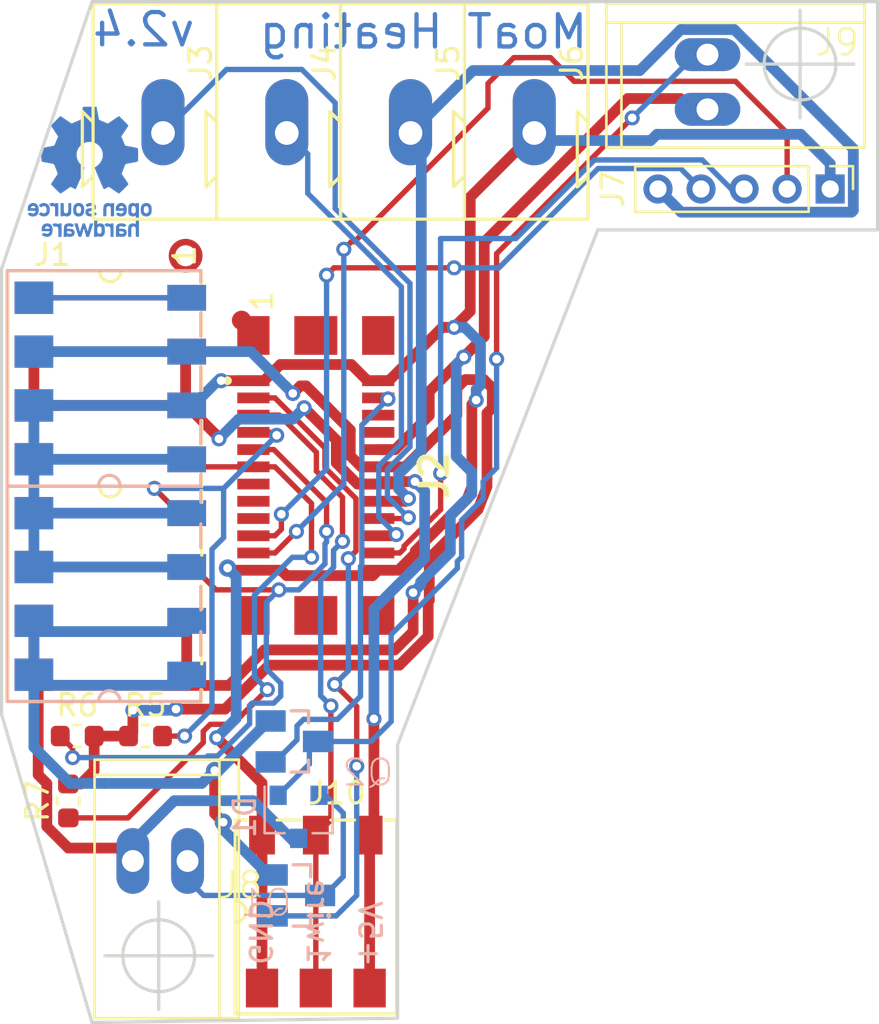
<source format=kicad_pcb>
(kicad_pcb (version 20190907) (host pcbnew "(5.99.0-375-g4460af5be-dirty)+6.0.0~dev1-1")

  (general
    (thickness 1.6)
    (drawings 17)
    (tracks 448)
    (modules 17)
    (nets 22)
  )

  (page "A4")
  (layers
    (0 "F.Cu" signal)
    (31 "B.Cu" signal)
    (32 "B.Adhes" user)
    (33 "F.Adhes" user)
    (34 "B.Paste" user)
    (35 "F.Paste" user)
    (36 "B.SilkS" user)
    (37 "F.SilkS" user)
    (38 "B.Mask" user)
    (39 "F.Mask" user)
    (40 "Dwgs.User" user)
    (41 "Cmts.User" user)
    (42 "Eco1.User" user)
    (43 "Eco2.User" user)
    (44 "Edge.Cuts" user)
    (45 "Margin" user)
    (46 "B.CrtYd" user)
    (47 "F.CrtYd" user)
    (48 "B.Fab" user)
    (49 "F.Fab" user)
  )

  (setup
    (stackup
      (layer "F.SilkS" (type "Top Silk Screen"))
      (layer "F.Paste" (type "Top Solder Paste"))
      (layer "F.Mask" (type "Top Solder Mask") (thickness 0.01) (color "Green"))
      (layer "F.Cu" (type "copper") (thickness 0.035))
      (layer "dielectric 1" (type "core") (thickness 1.51) (material "FR4") (epsilon_r 4.5) (loss_tangent 0.02))
      (layer "B.Cu" (type "copper") (thickness 0.035))
      (layer "B.Mask" (type "Bottom Solder Mask") (thickness 0.01) (color "Green"))
      (layer "B.Paste" (type "Bottom Solder Paste"))
      (layer "B.SilkS" (type "Bottom Silk Screen"))
      (copper_finish "None")
      (dielectric_constraints no)
    )
    (last_trace_width 0.25)
    (user_trace_width 0.25)
    (user_trace_width 0.5)
    (trace_clearance 0.15)
    (zone_clearance 0.254)
    (zone_45_only no)
    (trace_min 0.2)
    (via_size 0.7)
    (via_drill 0.4)
    (via_min_size 0.4)
    (via_min_drill 0.3)
    (uvia_size 0.3)
    (uvia_drill 0.1)
    (uvias_allowed no)
    (uvia_min_size 0.2)
    (uvia_min_drill 0.1)
    (max_error 0.005)
    (defaults
      (edge_clearance 0.01)
      (edge_cuts_line_width 0.15)
      (courtyard_line_width 0.05)
      (copper_line_width 0.2)
      (copper_text_dims (size 1.5 1.5) (thickness 0.3))
      (silk_line_width 0.15)
      (silk_text_dims (size 1 1) (thickness 0.15))
      (other_layers_line_width 0.1)
      (other_layers_text_dims (size 1 1) (thickness 0.15))
    )
    (pad_size 0.3 0.42)
    (pad_drill 0)
    (pad_to_mask_clearance 0.051)
    (solder_mask_min_width 0.25)
    (aux_axis_origin 0 0)
    (grid_origin 145 137.2)
    (visible_elements FFFFFF7F)
    (pcbplotparams
      (layerselection 0x010fc_ffffffff)
      (usegerberextensions false)
      (usegerberattributes false)
      (usegerberadvancedattributes false)
      (creategerberjobfile false)
      (excludeedgelayer true)
      (linewidth 0.100000)
      (plotframeref false)
      (viasonmask false)
      (mode 1)
      (useauxorigin false)
      (hpglpennumber 1)
      (hpglpenspeed 20)
      (hpglpendiameter 15.000000)
      (psnegative false)
      (psa4output false)
      (plotreference true)
      (plotvalue true)
      (plotinvisibletext false)
      (padsonsilk false)
      (subtractmaskfromsilk false)
      (outputformat 1)
      (mirror false)
      (drillshape 1)
      (scaleselection 1)
      (outputdirectory "")
    )
  )

  (net 0 "")
  (net 1 "Net-(J1-Pad2)")
  (net 2 "Net-(J1-Pad1)")
  (net 3 "Net-(J1-Pad7)")
  (net 4 "Net-(J1-Pad11)")
  (net 5 "Net-(J1-Pad9)")
  (net 6 "GNDPWR")
  (net 7 "/S2")
  (net 8 "/S1")
  (net 9 "Net-(J2-Pad20)")
  (net 10 "Net-(J2-Pad18)")
  (net 11 "Net-(J2-Pad16)")
  (net 12 "Net-(D1-Pad2)")
  (net 13 "Net-(D1-Pad1)")
  (net 14 "Net-(J10-Pad2)")
  (net 15 "Net-(J2-Pad19)")
  (net 16 "Net-(J2-Pad21)")
  (net 17 "Net-(J2-Pad22)")
  (net 18 "+24V")
  (net 19 "+12V")
  (net 20 "+5V")
  (net 21 "GND")

  (net_class "Default" "This is the default net class."
    (clearance 0.15)
    (trace_width 0.25)
    (via_dia 0.7)
    (via_drill 0.4)
    (uvia_dia 0.3)
    (uvia_drill 0.1)
    (add_net "/S1")
    (add_net "/S2")
    (add_net "Net-(D1-Pad1)")
    (add_net "Net-(D1-Pad2)")
    (add_net "Net-(J1-Pad1)")
    (add_net "Net-(J1-Pad11)")
    (add_net "Net-(J1-Pad2)")
    (add_net "Net-(J1-Pad7)")
    (add_net "Net-(J1-Pad9)")
    (add_net "Net-(J10-Pad2)")
    (add_net "Net-(J2-Pad16)")
    (add_net "Net-(J2-Pad18)")
    (add_net "Net-(J2-Pad19)")
    (add_net "Net-(J2-Pad20)")
    (add_net "Net-(J2-Pad21)")
    (add_net "Net-(J2-Pad22)")
  )

  (net_class "Power" ""
    (clearance 0.15)
    (trace_width 0.5)
    (via_dia 0.8)
    (via_drill 0.4)
    (uvia_dia 0.3)
    (uvia_drill 0.1)
    (add_net "+12V")
    (add_net "+24V")
    (add_net "+5V")
    (add_net "GND")
    (add_net "GNDPWR")
  )

  (module "Symbol:OSHW-Logo_5.7x6mm_Copper" (layer "B.Cu") (tedit 0) (tstamp 5DCAAEDD)
    (at 23.4 37.4 180)
    (descr "Open Source Hardware Logo")
    (tags "Logo OSHW")
    (attr virtual)
    (fp_text reference "REF**" (at 0 0) (layer "B.SilkS") hide
      (effects (font (size 1 1) (thickness 0.15)) (justify mirror))
    )
    (fp_text value "OSHW-Logo_5.7x6mm_Copper" (at 0.75 0) (layer "B.Fab") hide
      (effects (font (size 1 1) (thickness 0.15)) (justify mirror))
    )
    (fp_poly (pts (xy -1.908759 -1.469184) (xy -1.882247 -1.482282) (xy -1.849553 -1.505106) (xy -1.825725 -1.529996)
      (xy -1.809406 -1.561249) (xy -1.79924 -1.603166) (xy -1.793872 -1.660044) (xy -1.791944 -1.736184)
      (xy -1.791831 -1.768917) (xy -1.792161 -1.840656) (xy -1.793527 -1.891927) (xy -1.7965 -1.927404)
      (xy -1.801649 -1.951763) (xy -1.809543 -1.96968) (xy -1.817757 -1.981902) (xy -1.870187 -2.033905)
      (xy -1.93193 -2.065184) (xy -1.998536 -2.074592) (xy -2.065558 -2.06098) (xy -2.086792 -2.051354)
      (xy -2.137624 -2.024859) (xy -2.137624 -2.440052) (xy -2.100525 -2.420868) (xy -2.051643 -2.406025)
      (xy -1.991561 -2.402222) (xy -1.931564 -2.409243) (xy -1.886256 -2.425013) (xy -1.848675 -2.455047)
      (xy -1.816564 -2.498024) (xy -1.81415 -2.502436) (xy -1.803967 -2.523221) (xy -1.79653 -2.54417)
      (xy -1.791411 -2.569548) (xy -1.788181 -2.603618) (xy -1.786413 -2.650641) (xy -1.785677 -2.714882)
      (xy -1.785544 -2.787176) (xy -1.785544 -3.017822) (xy -1.923861 -3.017822) (xy -1.923861 -2.592533)
      (xy -1.962549 -2.559979) (xy -2.002738 -2.53394) (xy -2.040797 -2.529205) (xy -2.079066 -2.541389)
      (xy -2.099462 -2.55332) (xy -2.114642 -2.570313) (xy -2.125438 -2.595995) (xy -2.132683 -2.633991)
      (xy -2.137208 -2.687926) (xy -2.139844 -2.761425) (xy -2.140772 -2.810347) (xy -2.143911 -3.011535)
      (xy -2.209926 -3.015336) (xy -2.27594 -3.019136) (xy -2.27594 -1.77065) (xy -2.137624 -1.77065)
      (xy -2.134097 -1.840254) (xy -2.122215 -1.888569) (xy -2.10002 -1.918631) (xy -2.065559 -1.933471)
      (xy -2.030742 -1.936436) (xy -1.991329 -1.933028) (xy -1.965171 -1.919617) (xy -1.948814 -1.901896)
      (xy -1.935937 -1.882835) (xy -1.928272 -1.861601) (xy -1.924861 -1.831849) (xy -1.924749 -1.787236)
      (xy -1.925897 -1.74988) (xy -1.928532 -1.693604) (xy -1.932456 -1.656658) (xy -1.939063 -1.633223)
      (xy -1.949749 -1.61748) (xy -1.959833 -1.60838) (xy -2.00197 -1.588537) (xy -2.05184 -1.585332)
      (xy -2.080476 -1.592168) (xy -2.108828 -1.616464) (xy -2.127609 -1.663728) (xy -2.136712 -1.733624)
      (xy -2.137624 -1.77065) (xy -2.27594 -1.77065) (xy -2.27594 -1.458614) (xy -2.206782 -1.458614)
      (xy -2.16526 -1.460256) (xy -2.143838 -1.466087) (xy -2.137626 -1.477461) (xy -2.137624 -1.477798)
      (xy -2.134742 -1.488938) (xy -2.12203 -1.487673) (xy -2.096757 -1.475433) (xy -2.037869 -1.456707)
      (xy -1.971615 -1.454739) (xy -1.908759 -1.469184)) (layer "B.Cu") (width 0.01))
    (fp_poly (pts (xy -1.38421 -2.406555) (xy -1.325055 -2.422339) (xy -1.280023 -2.450948) (xy -1.248246 -2.488419)
      (xy -1.238366 -2.504411) (xy -1.231073 -2.521163) (xy -1.225974 -2.542592) (xy -1.222679 -2.572616)
      (xy -1.220797 -2.615154) (xy -1.219937 -2.674122) (xy -1.219707 -2.75344) (xy -1.219703 -2.774484)
      (xy -1.219703 -3.017822) (xy -1.280059 -3.017822) (xy -1.318557 -3.015126) (xy -1.347023 -3.008295)
      (xy -1.354155 -3.004083) (xy -1.373652 -2.996813) (xy -1.393566 -3.004083) (xy -1.426353 -3.01316)
      (xy -1.473978 -3.016813) (xy -1.526764 -3.015228) (xy -1.575036 -3.008589) (xy -1.603218 -3.000072)
      (xy -1.657753 -2.965063) (xy -1.691835 -2.916479) (xy -1.707157 -2.851882) (xy -1.707299 -2.850223)
      (xy -1.705955 -2.821566) (xy -1.584356 -2.821566) (xy -1.573726 -2.854161) (xy -1.55641 -2.872505)
      (xy -1.521652 -2.886379) (xy -1.475773 -2.891917) (xy -1.428988 -2.889191) (xy -1.391514 -2.878274)
      (xy -1.381015 -2.871269) (xy -1.362668 -2.838904) (xy -1.35802 -2.802111) (xy -1.35802 -2.753763)
      (xy -1.427582 -2.753763) (xy -1.493667 -2.75885) (xy -1.543764 -2.773263) (xy -1.574929 -2.795729)
      (xy -1.584356 -2.821566) (xy -1.705955 -2.821566) (xy -1.703987 -2.779647) (xy -1.68071 -2.723845)
      (xy -1.636948 -2.681647) (xy -1.630899 -2.677808) (xy -1.604907 -2.665309) (xy -1.572735 -2.65774)
      (xy -1.52776 -2.654061) (xy -1.474331 -2.653216) (xy -1.35802 -2.653169) (xy -1.35802 -2.604411)
      (xy -1.362953 -2.566581) (xy -1.375543 -2.541236) (xy -1.377017 -2.539887) (xy -1.405034 -2.5288)
      (xy -1.447326 -2.524503) (xy -1.494064 -2.526615) (xy -1.535418 -2.534756) (xy -1.559957 -2.546965)
      (xy -1.573253 -2.556746) (xy -1.587294 -2.558613) (xy -1.606671 -2.5506) (xy -1.635976 -2.530739)
      (xy -1.679803 -2.497063) (xy -1.683825 -2.493909) (xy -1.681764 -2.482236) (xy -1.664568 -2.462822)
      (xy -1.638433 -2.441248) (xy -1.609552 -2.423096) (xy -1.600478 -2.418809) (xy -1.56738 -2.410256)
      (xy -1.51888 -2.404155) (xy -1.464695 -2.401708) (xy -1.462161 -2.401703) (xy -1.38421 -2.406555)) (layer "B.Cu") (width 0.01))
    (fp_poly (pts (xy -0.993356 -2.40302) (xy -0.974539 -2.40866) (xy -0.968473 -2.421053) (xy -0.968218 -2.426647)
      (xy -0.967129 -2.44223) (xy -0.959632 -2.444676) (xy -0.939381 -2.433993) (xy -0.927351 -2.426694)
      (xy -0.8894 -2.411063) (xy -0.844072 -2.403334) (xy -0.796544 -2.40274) (xy -0.751995 -2.408513)
      (xy -0.715602 -2.419884) (xy -0.692543 -2.436088) (xy -0.687996 -2.456355) (xy -0.690291 -2.461843)
      (xy -0.70702 -2.484626) (xy -0.732963 -2.512647) (xy -0.737655 -2.517177) (xy -0.762383 -2.538005)
      (xy -0.783718 -2.544735) (xy -0.813555 -2.540038) (xy -0.825508 -2.536917) (xy -0.862705 -2.529421)
      (xy -0.888859 -2.532792) (xy -0.910946 -2.544681) (xy -0.931178 -2.560635) (xy -0.946079 -2.5807)
      (xy -0.956434 -2.608702) (xy -0.963029 -2.648467) (xy -0.966649 -2.703823) (xy -0.968078 -2.778594)
      (xy -0.968218 -2.82374) (xy -0.968218 -3.017822) (xy -1.09396 -3.017822) (xy -1.09396 -2.401683)
      (xy -1.031089 -2.401683) (xy -0.993356 -2.40302)) (layer "B.Cu") (width 0.01))
    (fp_poly (pts (xy -0.201188 -3.017822) (xy -0.270346 -3.017822) (xy -0.310488 -3.016645) (xy -0.331394 -3.011772)
      (xy -0.338922 -3.001186) (xy -0.339505 -2.994029) (xy -0.340774 -2.979676) (xy -0.348779 -2.976923)
      (xy -0.369815 -2.985771) (xy -0.386173 -2.994029) (xy -0.448977 -3.013597) (xy -0.517248 -3.014729)
      (xy -0.572752 -3.000135) (xy -0.624438 -2.964877) (xy -0.663838 -2.912835) (xy -0.685413 -2.85145)
      (xy -0.685962 -2.848018) (xy -0.689167 -2.810571) (xy -0.690761 -2.756813) (xy -0.690633 -2.716155)
      (xy -0.553279 -2.716155) (xy -0.550097 -2.770194) (xy -0.542859 -2.814735) (xy -0.53306 -2.839888)
      (xy -0.495989 -2.87426) (xy -0.451974 -2.886582) (xy -0.406584 -2.876618) (xy -0.367797 -2.846895)
      (xy -0.353108 -2.826905) (xy -0.344519 -2.80305) (xy -0.340496 -2.76823) (xy -0.339505 -2.71593)
      (xy -0.341278 -2.664139) (xy -0.345963 -2.618634) (xy -0.352603 -2.588181) (xy -0.35371 -2.585452)
      (xy -0.380491 -2.553) (xy -0.419579 -2.535183) (xy -0.463315 -2.532306) (xy -0.504038 -2.544674)
      (xy -0.534087 -2.572593) (xy -0.537204 -2.578148) (xy -0.546961 -2.612022) (xy -0.552277 -2.660728)
      (xy -0.553279 -2.716155) (xy -0.690633 -2.716155) (xy -0.690568 -2.69554) (xy -0.689664 -2.662563)
      (xy -0.683514 -2.580981) (xy -0.670733 -2.51973) (xy -0.649471 -2.474449) (xy -0.617878 -2.440779)
      (xy -0.587207 -2.421014) (xy -0.544354 -2.40712) (xy -0.491056 -2.402354) (xy -0.43648 -2.406236)
      (xy -0.389792 -2.418282) (xy -0.365124 -2.432693) (xy -0.339505 -2.455878) (xy -0.339505 -2.162773)
      (xy -0.201188 -2.162773) (xy -0.201188 -3.017822)) (layer "B.Cu") (width 0.01))
    (fp_poly (pts (xy 0.281524 -2.404237) (xy 0.331255 -2.407971) (xy 0.461291 -2.797773) (xy 0.481678 -2.728614)
      (xy 0.493946 -2.685874) (xy 0.510085 -2.628115) (xy 0.527512 -2.564625) (xy 0.536726 -2.53057)
      (xy 0.571388 -2.401683) (xy 0.714391 -2.401683) (xy 0.671646 -2.536857) (xy 0.650596 -2.603342)
      (xy 0.625167 -2.683539) (xy 0.59861 -2.767193) (xy 0.574902 -2.841782) (xy 0.520902 -3.011535)
      (xy 0.462598 -3.015328) (xy 0.404295 -3.019122) (xy 0.372679 -2.914734) (xy 0.353182 -2.849889)
      (xy 0.331904 -2.7784) (xy 0.313308 -2.715263) (xy 0.312574 -2.71275) (xy 0.298684 -2.669969)
      (xy 0.286429 -2.640779) (xy 0.277846 -2.629741) (xy 0.276082 -2.631018) (xy 0.269891 -2.64813)
      (xy 0.258128 -2.684787) (xy 0.242225 -2.736378) (xy 0.223614 -2.798294) (xy 0.213543 -2.832352)
      (xy 0.159007 -3.017822) (xy 0.043264 -3.017822) (xy -0.049263 -2.725471) (xy -0.075256 -2.643462)
      (xy -0.098934 -2.568987) (xy -0.11918 -2.505544) (xy -0.134874 -2.456632) (xy -0.144898 -2.425749)
      (xy -0.147945 -2.416726) (xy -0.145533 -2.407487) (xy -0.126592 -2.403441) (xy -0.087177 -2.403846)
      (xy -0.081007 -2.404152) (xy -0.007914 -2.407971) (xy 0.039957 -2.58401) (xy 0.057553 -2.648211)
      (xy 0.073277 -2.704649) (xy 0.085746 -2.748422) (xy 0.093574 -2.77463) (xy 0.09502 -2.778903)
      (xy 0.101014 -2.77399) (xy 0.113101 -2.748532) (xy 0.129893 -2.705997) (xy 0.150003 -2.64985)
      (xy 0.167003 -2.59913) (xy 0.231794 -2.400504) (xy 0.281524 -2.404237)) (layer "B.Cu") (width 0.01))
    (fp_poly (pts (xy 1.038411 -2.405417) (xy 1.091411 -2.41829) (xy 1.106731 -2.42511) (xy 1.136428 -2.442974)
      (xy 1.15922 -2.463093) (xy 1.176083 -2.488962) (xy 1.187998 -2.524073) (xy 1.195942 -2.57192)
      (xy 1.200894 -2.635996) (xy 1.203831 -2.719794) (xy 1.204947 -2.775768) (xy 1.209052 -3.017822)
      (xy 1.138932 -3.017822) (xy 1.096393 -3.016038) (xy 1.074476 -3.009942) (xy 1.068812 -2.999706)
      (xy 1.065821 -2.988637) (xy 1.052451 -2.990754) (xy 1.034233 -2.999629) (xy 0.988624 -3.013233)
      (xy 0.930007 -3.016899) (xy 0.868354 -3.010903) (xy 0.813638 -2.995521) (xy 0.80873 -2.993386)
      (xy 0.758723 -2.958255) (xy 0.725756 -2.909419) (xy 0.710587 -2.852333) (xy 0.711746 -2.831824)
      (xy 0.835508 -2.831824) (xy 0.846413 -2.859425) (xy 0.878745 -2.879204) (xy 0.93091 -2.889819)
      (xy 0.958787 -2.891228) (xy 1.005247 -2.88762) (xy 1.036129 -2.873597) (xy 1.043664 -2.866931)
      (xy 1.064076 -2.830666) (xy 1.068812 -2.797773) (xy 1.068812 -2.753763) (xy 1.007513 -2.753763)
      (xy 0.936256 -2.757395) (xy 0.886276 -2.768818) (xy 0.854696 -2.788824) (xy 0.847626 -2.797743)
      (xy 0.835508 -2.831824) (xy 0.711746 -2.831824) (xy 0.713971 -2.792456) (xy 0.736663 -2.735244)
      (xy 0.767624 -2.69658) (xy 0.786376 -2.679864) (xy 0.804733 -2.668878) (xy 0.828619 -2.66218)
      (xy 0.863957 -2.658326) (xy 0.916669 -2.655873) (xy 0.937577 -2.655168) (xy 1.068812 -2.650879)
      (xy 1.06862 -2.611158) (xy 1.063537 -2.569405) (xy 1.045162 -2.544158) (xy 1.008039 -2.52803)
      (xy 1.007043 -2.527742) (xy 0.95441 -2.5214) (xy 0.902906 -2.529684) (xy 0.86463 -2.549827)
      (xy 0.849272 -2.559773) (xy 0.83273 -2.558397) (xy 0.807275 -2.543987) (xy 0.792328 -2.533817)
      (xy 0.763091 -2.512088) (xy 0.74498 -2.4958) (xy 0.742074 -2.491137) (xy 0.75404 -2.467005)
      (xy 0.789396 -2.438185) (xy 0.804753 -2.428461) (xy 0.848901 -2.411714) (xy 0.908398 -2.402227)
      (xy 0.974487 -2.400095) (xy 1.038411 -2.405417)) (layer "B.Cu") (width 0.01))
    (fp_poly (pts (xy 1.635255 -2.401486) (xy 1.683595 -2.411015) (xy 1.711114 -2.425125) (xy 1.740064 -2.448568)
      (xy 1.698876 -2.500571) (xy 1.673482 -2.532064) (xy 1.656238 -2.547428) (xy 1.639102 -2.549776)
      (xy 1.614027 -2.542217) (xy 1.602257 -2.537941) (xy 1.55427 -2.531631) (xy 1.510324 -2.545156)
      (xy 1.47806 -2.57571) (xy 1.472819 -2.585452) (xy 1.467112 -2.611258) (xy 1.462706 -2.658817)
      (xy 1.459811 -2.724758) (xy 1.458631 -2.80571) (xy 1.458614 -2.817226) (xy 1.458614 -3.017822)
      (xy 1.320297 -3.017822) (xy 1.320297 -2.401683) (xy 1.389456 -2.401683) (xy 1.429333 -2.402725)
      (xy 1.450107 -2.407358) (xy 1.457789 -2.417849) (xy 1.458614 -2.427745) (xy 1.458614 -2.453806)
      (xy 1.491745 -2.427745) (xy 1.529735 -2.409965) (xy 1.58077 -2.401174) (xy 1.635255 -2.401486)) (layer "B.Cu") (width 0.01))
    (fp_poly (pts (xy 2.032581 -2.40497) (xy 2.092685 -2.420597) (xy 2.143021 -2.452848) (xy 2.167393 -2.47694)
      (xy 2.207345 -2.533895) (xy 2.230242 -2.599965) (xy 2.238108 -2.681182) (xy 2.238148 -2.687748)
      (xy 2.238218 -2.753763) (xy 1.858264 -2.753763) (xy 1.866363 -2.788342) (xy 1.880987 -2.819659)
      (xy 1.906581 -2.852291) (xy 1.911935 -2.8575) (xy 1.957943 -2.885694) (xy 2.01041 -2.890475)
      (xy 2.070803 -2.871926) (xy 2.08104 -2.866931) (xy 2.112439 -2.851745) (xy 2.13347 -2.843094)
      (xy 2.137139 -2.842293) (xy 2.149948 -2.850063) (xy 2.174378 -2.869072) (xy 2.186779 -2.87946)
      (xy 2.212476 -2.903321) (xy 2.220915 -2.919077) (xy 2.215058 -2.933571) (xy 2.211928 -2.937534)
      (xy 2.190725 -2.954879) (xy 2.155738 -2.975959) (xy 2.131337 -2.988265) (xy 2.062072 -3.009946)
      (xy 1.985388 -3.016971) (xy 1.912765 -3.008647) (xy 1.892426 -3.002686) (xy 1.829476 -2.968952)
      (xy 1.782815 -2.917045) (xy 1.752173 -2.846459) (xy 1.737282 -2.756692) (xy 1.735647 -2.709753)
      (xy 1.740421 -2.641413) (xy 1.86099 -2.641413) (xy 1.872652 -2.646465) (xy 1.903998 -2.650429)
      (xy 1.949571 -2.652768) (xy 1.980446 -2.653169) (xy 2.035981 -2.652783) (xy 2.071033 -2.650975)
      (xy 2.090262 -2.646773) (xy 2.09833 -2.639203) (xy 2.099901 -2.628218) (xy 2.089121 -2.594381)
      (xy 2.06198 -2.56094) (xy 2.026277 -2.535272) (xy 1.99056 -2.524772) (xy 1.942048 -2.534086)
      (xy 1.900053 -2.561013) (xy 1.870936 -2.599827) (xy 1.86099 -2.641413) (xy 1.740421 -2.641413)
      (xy 1.742599 -2.610236) (xy 1.764055 -2.530949) (xy 1.80047 -2.471263) (xy 1.852297 -2.430549)
      (xy 1.91999 -2.408179) (xy 1.956662 -2.403871) (xy 2.032581 -2.40497)) (layer "B.Cu") (width 0.01))
    (fp_poly (pts (xy -2.538261 -1.465148) (xy -2.472479 -1.494231) (xy -2.42254 -1.542793) (xy -2.388374 -1.610908)
      (xy -2.369907 -1.698651) (xy -2.368583 -1.712351) (xy -2.367546 -1.808939) (xy -2.380993 -1.893602)
      (xy -2.408108 -1.962221) (xy -2.422627 -1.984294) (xy -2.473201 -2.031011) (xy -2.537609 -2.061268)
      (xy -2.609666 -2.073824) (xy -2.683185 -2.067439) (xy -2.739072 -2.047772) (xy -2.787132 -2.014629)
      (xy -2.826412 -1.971175) (xy -2.827092 -1.970158) (xy -2.843044 -1.943338) (xy -2.85341 -1.916368)
      (xy -2.859688 -1.882332) (xy -2.863373 -1.83431) (xy -2.864997 -1.794931) (xy -2.865672 -1.759219)
      (xy -2.739955 -1.759219) (xy -2.738726 -1.79477) (xy -2.734266 -1.842094) (xy -2.726397 -1.872465)
      (xy -2.712207 -1.894072) (xy -2.698917 -1.906694) (xy -2.651802 -1.933122) (xy -2.602505 -1.936653)
      (xy -2.556593 -1.917639) (xy -2.533638 -1.896331) (xy -2.517096 -1.874859) (xy -2.507421 -1.854313)
      (xy -2.503174 -1.827574) (xy -2.50292 -1.787523) (xy -2.504228 -1.750638) (xy -2.507043 -1.697947)
      (xy -2.511505 -1.663772) (xy -2.519548 -1.64148) (xy -2.533103 -1.624442) (xy -2.543845 -1.614703)
      (xy -2.588777 -1.589123) (xy -2.637249 -1.587847) (xy -2.677894 -1.602999) (xy -2.712567 -1.634642)
      (xy -2.733224 -1.68662) (xy -2.739955 -1.759219) (xy -2.865672 -1.759219) (xy -2.866479 -1.716621)
      (xy -2.863948 -1.658056) (xy -2.856362 -1.614007) (xy -2.842681 -1.579248) (xy -2.821865 -1.548551)
      (xy -2.814147 -1.539436) (xy -2.765889 -1.494021) (xy -2.714128 -1.467493) (xy -2.650828 -1.456379)
      (xy -2.619961 -1.455471) (xy -2.538261 -1.465148)) (layer "B.Cu") (width 0.01))
    (fp_poly (pts (xy -1.356699 -1.472614) (xy -1.344168 -1.478514) (xy -1.300799 -1.510283) (xy -1.25979 -1.556646)
      (xy -1.229168 -1.607696) (xy -1.220459 -1.631166) (xy -1.212512 -1.673091) (xy -1.207774 -1.723757)
      (xy -1.207199 -1.744679) (xy -1.207129 -1.810693) (xy -1.587083 -1.810693) (xy -1.578983 -1.845273)
      (xy -1.559104 -1.88617) (xy -1.524347 -1.921514) (xy -1.482998 -1.944282) (xy -1.456649 -1.94901)
      (xy -1.420916 -1.943273) (xy -1.378282 -1.928882) (xy -1.363799 -1.922262) (xy -1.31024 -1.895513)
      (xy -1.264533 -1.930376) (xy -1.238158 -1.953955) (xy -1.224124 -1.973417) (xy -1.223414 -1.979129)
      (xy -1.235951 -1.992973) (xy -1.263428 -2.014012) (xy -1.288366 -2.030425) (xy -1.355664 -2.05993)
      (xy -1.43111 -2.073284) (xy -1.505888 -2.069812) (xy -1.565495 -2.051663) (xy -1.626941 -2.012784)
      (xy -1.670608 -1.961595) (xy -1.697926 -1.895367) (xy -1.710322 -1.811371) (xy -1.711421 -1.772936)
      (xy -1.707022 -1.684861) (xy -1.706482 -1.682299) (xy -1.580582 -1.682299) (xy -1.577115 -1.690558)
      (xy -1.562863 -1.695113) (xy -1.53347 -1.697065) (xy -1.484575 -1.697517) (xy -1.465748 -1.697525)
      (xy -1.408467 -1.696843) (xy -1.372141 -1.694364) (xy -1.352604 -1.689443) (xy -1.34569 -1.681434)
      (xy -1.345445 -1.678862) (xy -1.353336 -1.658423) (xy -1.373085 -1.629789) (xy -1.381575 -1.619763)
      (xy -1.413094 -1.591408) (xy -1.445949 -1.580259) (xy -1.463651 -1.579327) (xy -1.511539 -1.590981)
      (xy -1.551699 -1.622285) (xy -1.577173 -1.667752) (xy -1.577625 -1.669233) (xy -1.580582 -1.682299)
      (xy -1.706482 -1.682299) (xy -1.692392 -1.61551) (xy -1.666038 -1.560025) (xy -1.633807 -1.520639)
      (xy -1.574217 -1.477931) (xy -1.504168 -1.455109) (xy -1.429661 -1.453046) (xy -1.356699 -1.472614)) (layer "B.Cu") (width 0.01))
    (fp_poly (pts (xy 0.014017 -1.456452) (xy 0.061634 -1.465482) (xy 0.111034 -1.48437) (xy 0.116312 -1.486777)
      (xy 0.153774 -1.506476) (xy 0.179717 -1.524781) (xy 0.188103 -1.536508) (xy 0.180117 -1.555632)
      (xy 0.16072 -1.58385) (xy 0.15211 -1.594384) (xy 0.116628 -1.635847) (xy 0.070885 -1.608858)
      (xy 0.02735 -1.590878) (xy -0.02295 -1.581267) (xy -0.071188 -1.58066) (xy -0.108533 -1.589691)
      (xy -0.117495 -1.595327) (xy -0.134563 -1.621171) (xy -0.136637 -1.650941) (xy -0.123866 -1.674197)
      (xy -0.116312 -1.678708) (xy -0.093675 -1.684309) (xy -0.053885 -1.690892) (xy -0.004834 -1.697183)
      (xy 0.004215 -1.69817) (xy 0.082996 -1.711798) (xy 0.140136 -1.734946) (xy 0.17803 -1.769752)
      (xy 0.199079 -1.818354) (xy 0.205635 -1.877718) (xy 0.196577 -1.945198) (xy 0.167164 -1.998188)
      (xy 0.117278 -2.036783) (xy 0.0468 -2.061081) (xy -0.031435 -2.070667) (xy -0.095234 -2.070552)
      (xy -0.146984 -2.061845) (xy -0.182327 -2.049825) (xy -0.226983 -2.02888) (xy -0.268253 -2.004574)
      (xy -0.282921 -1.993876) (xy -0.320643 -1.963084) (xy -0.275148 -1.917049) (xy -0.229653 -1.871013)
      (xy -0.177928 -1.905243) (xy -0.126048 -1.930952) (xy -0.070649 -1.944399) (xy -0.017395 -1.945818)
      (xy 0.028049 -1.935443) (xy 0.060016 -1.913507) (xy 0.070338 -1.894998) (xy 0.068789 -1.865314)
      (xy 0.04314 -1.842615) (xy -0.00654 -1.82694) (xy -0.060969 -1.819695) (xy -0.144736 -1.805873)
      (xy -0.206967 -1.779796) (xy -0.248493 -1.740699) (xy -0.270147 -1.68782) (xy -0.273147 -1.625126)
      (xy -0.258329 -1.559642) (xy -0.224546 -1.510144) (xy -0.171495 -1.476408) (xy -0.098874 -1.458207)
      (xy -0.045072 -1.454639) (xy 0.014017 -1.456452)) (layer "B.Cu") (width 0.01))
    (fp_poly (pts (xy 0.610762 -1.466055) (xy 0.674363 -1.500692) (xy 0.724123 -1.555372) (xy 0.747568 -1.599842)
      (xy 0.757634 -1.639121) (xy 0.764156 -1.695116) (xy 0.766951 -1.759621) (xy 0.765836 -1.824429)
      (xy 0.760626 -1.881334) (xy 0.754541 -1.911727) (xy 0.734014 -1.953306) (xy 0.698463 -1.997468)
      (xy 0.655619 -2.036087) (xy 0.613211 -2.061034) (xy 0.612177 -2.06143) (xy 0.559553 -2.072331)
      (xy 0.497188 -2.072601) (xy 0.437924 -2.062676) (xy 0.41504 -2.054722) (xy 0.356102 -2.0213)
      (xy 0.31389 -1.977511) (xy 0.286156 -1.919538) (xy 0.270651 -1.843565) (xy 0.267143 -1.803771)
      (xy 0.26759 -1.753766) (xy 0.402376 -1.753766) (xy 0.406917 -1.826732) (xy 0.419986 -1.882334)
      (xy 0.440756 -1.917861) (xy 0.455552 -1.92802) (xy 0.493464 -1.935104) (xy 0.538527 -1.933007)
      (xy 0.577487 -1.922812) (xy 0.587704 -1.917204) (xy 0.614659 -1.884538) (xy 0.632451 -1.834545)
      (xy 0.640024 -1.773705) (xy 0.636325 -1.708497) (xy 0.628057 -1.669253) (xy 0.60432 -1.623805)
      (xy 0.566849 -1.595396) (xy 0.52172 -1.585573) (xy 0.475011 -1.595887) (xy 0.439132 -1.621112)
      (xy 0.420277 -1.641925) (xy 0.409272 -1.662439) (xy 0.404026 -1.690203) (xy 0.402449 -1.732762)
      (xy 0.402376 -1.753766) (xy 0.26759 -1.753766) (xy 0.268094 -1.69758) (xy 0.285388 -1.610501)
      (xy 0.319029 -1.54253) (xy 0.369018 -1.493664) (xy 0.435356 -1.463899) (xy 0.449601 -1.460448)
      (xy 0.53521 -1.452345) (xy 0.610762 -1.466055)) (layer "B.Cu") (width 0.01))
    (fp_poly (pts (xy 0.993367 -1.654342) (xy 0.994555 -1.746563) (xy 0.998897 -1.81661) (xy 1.007558 -1.867381)
      (xy 1.021704 -1.901772) (xy 1.0425 -1.922679) (xy 1.07111 -1.933) (xy 1.106535 -1.935636)
      (xy 1.143636 -1.932682) (xy 1.171818 -1.921889) (xy 1.192243 -1.90036) (xy 1.206079 -1.865199)
      (xy 1.214491 -1.81351) (xy 1.218643 -1.742394) (xy 1.219703 -1.654342) (xy 1.219703 -1.458614)
      (xy 1.35802 -1.458614) (xy 1.35802 -2.062179) (xy 1.288862 -2.062179) (xy 1.24717 -2.060489)
      (xy 1.225701 -2.054556) (xy 1.219703 -2.043293) (xy 1.216091 -2.033261) (xy 1.201714 -2.035383)
      (xy 1.172736 -2.04958) (xy 1.106319 -2.07148) (xy 1.035875 -2.069928) (xy 0.968377 -2.046147)
      (xy 0.936233 -2.027362) (xy 0.911715 -2.007022) (xy 0.893804 -1.981573) (xy 0.881479 -1.947458)
      (xy 0.873723 -1.901121) (xy 0.869516 -1.839007) (xy 0.86784 -1.757561) (xy 0.867624 -1.694578)
      (xy 0.867624 -1.458614) (xy 0.993367 -1.458614) (xy 0.993367 -1.654342)) (layer "B.Cu") (width 0.01))
    (fp_poly (pts (xy 2.217226 -1.46388) (xy 2.29008 -1.49483) (xy 2.313027 -1.509895) (xy 2.342354 -1.533048)
      (xy 2.360764 -1.551253) (xy 2.363961 -1.557183) (xy 2.354935 -1.57034) (xy 2.331837 -1.592667)
      (xy 2.313344 -1.60825) (xy 2.262728 -1.648926) (xy 2.22276 -1.615295) (xy 2.191874 -1.593584)
      (xy 2.161759 -1.58609) (xy 2.127292 -1.58792) (xy 2.072561 -1.601528) (xy 2.034886 -1.629772)
      (xy 2.011991 -1.675433) (xy 2.001597 -1.741289) (xy 2.001595 -1.741331) (xy 2.002494 -1.814939)
      (xy 2.016463 -1.868946) (xy 2.044328 -1.905716) (xy 2.063325 -1.918168) (xy 2.113776 -1.933673)
      (xy 2.167663 -1.933683) (xy 2.214546 -1.918638) (xy 2.225644 -1.911287) (xy 2.253476 -1.892511)
      (xy 2.275236 -1.889434) (xy 2.298704 -1.903409) (xy 2.324649 -1.92851) (xy 2.365716 -1.97088)
      (xy 2.320121 -2.008464) (xy 2.249674 -2.050882) (xy 2.170233 -2.071785) (xy 2.087215 -2.070272)
      (xy 2.032694 -2.056411) (xy 1.96897 -2.022135) (xy 1.918005 -1.968212) (xy 1.894851 -1.930149)
      (xy 1.876099 -1.875536) (xy 1.866715 -1.806369) (xy 1.866643 -1.731407) (xy 1.875824 -1.659409)
      (xy 1.894199 -1.599137) (xy 1.897093 -1.592958) (xy 1.939952 -1.532351) (xy 1.997979 -1.488224)
      (xy 2.066591 -1.461493) (xy 2.141201 -1.453073) (xy 2.217226 -1.46388)) (layer "B.Cu") (width 0.01))
    (fp_poly (pts (xy 2.677898 -1.456457) (xy 2.710096 -1.464279) (xy 2.771825 -1.492921) (xy 2.82461 -1.536667)
      (xy 2.861141 -1.589117) (xy 2.86616 -1.600893) (xy 2.873045 -1.63174) (xy 2.877864 -1.677371)
      (xy 2.879505 -1.723492) (xy 2.879505 -1.810693) (xy 2.697178 -1.810693) (xy 2.621979 -1.810978)
      (xy 2.569003 -1.812704) (xy 2.535325 -1.817181) (xy 2.51802 -1.82572) (xy 2.514163 -1.83963)
      (xy 2.520829 -1.860222) (xy 2.53277 -1.884315) (xy 2.56608 -1.924525) (xy 2.612368 -1.944558)
      (xy 2.668944 -1.943905) (xy 2.733031 -1.922101) (xy 2.788417 -1.895193) (xy 2.834375 -1.931532)
      (xy 2.880333 -1.967872) (xy 2.837096 -2.007819) (xy 2.779374 -2.045563) (xy 2.708386 -2.06832)
      (xy 2.632029 -2.074688) (xy 2.558199 -2.063268) (xy 2.546287 -2.059393) (xy 2.481399 -2.025506)
      (xy 2.43313 -1.974986) (xy 2.400465 -1.906325) (xy 2.382385 -1.818014) (xy 2.382175 -1.816121)
      (xy 2.380556 -1.719878) (xy 2.3871 -1.685542) (xy 2.514852 -1.685542) (xy 2.526584 -1.690822)
      (xy 2.558438 -1.694867) (xy 2.605397 -1.697176) (xy 2.635154 -1.697525) (xy 2.690648 -1.697306)
      (xy 2.725346 -1.695916) (xy 2.743601 -1.692251) (xy 2.749766 -1.68521) (xy 2.748195 -1.67369)
      (xy 2.746878 -1.669233) (xy 2.724382 -1.627355) (xy 2.689003 -1.593604) (xy 2.65778 -1.578773)
      (xy 2.616301 -1.579668) (xy 2.574269 -1.598164) (xy 2.539012 -1.628786) (xy 2.517854 -1.666062)
      (xy 2.514852 -1.685542) (xy 2.3871 -1.685542) (xy 2.39669 -1.635229) (xy 2.428698 -1.564191)
      (xy 2.474701 -1.508779) (xy 2.532821 -1.471009) (xy 2.60118 -1.452896) (xy 2.677898 -1.456457)) (layer "B.Cu") (width 0.01))
    (fp_poly (pts (xy -0.754012 -1.469002) (xy -0.722717 -1.48395) (xy -0.692409 -1.505541) (xy -0.669318 -1.530391)
      (xy -0.6525 -1.562087) (xy -0.641006 -1.604214) (xy -0.633891 -1.660358) (xy -0.630207 -1.734106)
      (xy -0.629008 -1.829044) (xy -0.628989 -1.838985) (xy -0.628713 -2.062179) (xy -0.76703 -2.062179)
      (xy -0.76703 -1.856418) (xy -0.767128 -1.780189) (xy -0.767809 -1.724939) (xy -0.769651 -1.686501)
      (xy -0.773233 -1.660706) (xy -0.779132 -1.643384) (xy -0.787927 -1.630368) (xy -0.80018 -1.617507)
      (xy -0.843047 -1.589873) (xy -0.889843 -1.584745) (xy -0.934424 -1.602217) (xy -0.949928 -1.615221)
      (xy -0.96131 -1.627447) (xy -0.969481 -1.64054) (xy -0.974974 -1.658615) (xy -0.97832 -1.685787)
      (xy -0.980051 -1.72617) (xy -0.980697 -1.783879) (xy -0.980792 -1.854132) (xy -0.980792 -2.062179)
      (xy -1.119109 -2.062179) (xy -1.119109 -1.458614) (xy -1.04995 -1.458614) (xy -1.008428 -1.460256)
      (xy -0.987006 -1.466087) (xy -0.980795 -1.477461) (xy -0.980792 -1.477798) (xy -0.97791 -1.488938)
      (xy -0.965199 -1.487674) (xy -0.939926 -1.475434) (xy -0.882605 -1.457424) (xy -0.817037 -1.455421)
      (xy -0.754012 -1.469002)) (layer "B.Cu") (width 0.01))
    (fp_poly (pts (xy 1.79946 -1.45803) (xy 1.842711 -1.471245) (xy 1.870558 -1.487941) (xy 1.879629 -1.501145)
      (xy 1.877132 -1.516797) (xy 1.860931 -1.541385) (xy 1.847232 -1.5588) (xy 1.818992 -1.590283)
      (xy 1.797775 -1.603529) (xy 1.779688 -1.602664) (xy 1.726035 -1.58901) (xy 1.68663 -1.58963)
      (xy 1.654632 -1.605104) (xy 1.64389 -1.614161) (xy 1.609505 -1.646027) (xy 1.609505 -2.062179)
      (xy 1.471188 -2.062179) (xy 1.471188 -1.458614) (xy 1.540347 -1.458614) (xy 1.581869 -1.460256)
      (xy 1.603291 -1.466087) (xy 1.609502 -1.477461) (xy 1.609505 -1.477798) (xy 1.612439 -1.489713)
      (xy 1.625704 -1.488159) (xy 1.644084 -1.479563) (xy 1.682046 -1.463568) (xy 1.712872 -1.453945)
      (xy 1.752536 -1.451478) (xy 1.79946 -1.45803)) (layer "B.Cu") (width 0.01))
    (fp_poly (pts (xy 0.376964 2.709982) (xy 0.433812 2.40843) (xy 0.853338 2.235488) (xy 1.104984 2.406605)
      (xy 1.175458 2.45425) (xy 1.239163 2.49679) (xy 1.293126 2.532285) (xy 1.334373 2.55879)
      (xy 1.359934 2.574364) (xy 1.366895 2.577722) (xy 1.379435 2.569086) (xy 1.406231 2.545208)
      (xy 1.44428 2.509141) (xy 1.490579 2.463933) (xy 1.542123 2.412636) (xy 1.595909 2.358299)
      (xy 1.648935 2.303972) (xy 1.698195 2.252705) (xy 1.740687 2.207549) (xy 1.773407 2.171554)
      (xy 1.793351 2.14777) (xy 1.798119 2.13981) (xy 1.791257 2.125135) (xy 1.77202 2.092986)
      (xy 1.74243 2.046508) (xy 1.70451 1.988844) (xy 1.660282 1.92314) (xy 1.634654 1.885664)
      (xy 1.587941 1.817232) (xy 1.546432 1.75548) (xy 1.51214 1.703481) (xy 1.48708 1.664308)
      (xy 1.473264 1.641035) (xy 1.471188 1.636145) (xy 1.475895 1.622245) (xy 1.488723 1.58985)
      (xy 1.507738 1.543515) (xy 1.531003 1.487794) (xy 1.556584 1.427242) (xy 1.582545 1.366414)
      (xy 1.60695 1.309864) (xy 1.627863 1.262148) (xy 1.643349 1.227819) (xy 1.651472 1.211432)
      (xy 1.651952 1.210788) (xy 1.664707 1.207659) (xy 1.698677 1.200679) (xy 1.75034 1.190533)
      (xy 1.816176 1.177908) (xy 1.892664 1.163491) (xy 1.93729 1.155177) (xy 2.019021 1.139616)
      (xy 2.092843 1.124808) (xy 2.155021 1.111564) (xy 2.201822 1.100695) (xy 2.229509 1.093011)
      (xy 2.235074 1.090573) (xy 2.240526 1.07407) (xy 2.244924 1.0368) (xy 2.248272 0.98312)
      (xy 2.250574 0.917388) (xy 2.251832 0.843963) (xy 2.252048 0.767204) (xy 2.251227 0.691468)
      (xy 2.249371 0.621114) (xy 2.246482 0.5605) (xy 2.242565 0.513984) (xy 2.237622 0.485925)
      (xy 2.234657 0.480084) (xy 2.216934 0.473083) (xy 2.179381 0.463073) (xy 2.126964 0.451231)
      (xy 2.064652 0.438733) (xy 2.0429 0.43469) (xy 1.938024 0.41548) (xy 1.85518 0.400009)
      (xy 1.79163 0.387663) (xy 1.744637 0.377827) (xy 1.711463 0.369886) (xy 1.689371 0.363224)
      (xy 1.675624 0.357227) (xy 1.667484 0.351281) (xy 1.666345 0.350106) (xy 1.654977 0.331174)
      (xy 1.637635 0.294331) (xy 1.61605 0.244087) (xy 1.591954 0.184954) (xy 1.567079 0.121444)
      (xy 1.543157 0.058068) (xy 1.521919 -0.000662) (xy 1.505097 -0.050235) (xy 1.494422 -0.086139)
      (xy 1.491627 -0.103862) (xy 1.49186 -0.104483) (xy 1.501331 -0.11897) (xy 1.522818 -0.150844)
      (xy 1.554063 -0.196789) (xy 1.592807 -0.253485) (xy 1.636793 -0.317617) (xy 1.649319 -0.335842)
      (xy 1.693984 -0.401914) (xy 1.733288 -0.4622) (xy 1.765088 -0.513235) (xy 1.787245 -0.55156)
      (xy 1.797617 -0.573711) (xy 1.798119 -0.576432) (xy 1.789405 -0.590736) (xy 1.765325 -0.619072)
      (xy 1.728976 -0.658396) (xy 1.683453 -0.705661) (xy 1.631852 -0.757823) (xy 1.577267 -0.811835)
      (xy 1.522794 -0.864653) (xy 1.471529 -0.913231) (xy 1.426567 -0.954523) (xy 1.391004 -0.985485)
      (xy 1.367935 -1.00307) (xy 1.361554 -1.005941) (xy 1.346699 -0.999178) (xy 1.316286 -0.980939)
      (xy 1.275268 -0.954297) (xy 1.243709 -0.932852) (xy 1.186525 -0.893503) (xy 1.118806 -0.847171)
      (xy 1.05088 -0.800913) (xy 1.014361 -0.776155) (xy 0.890752 -0.692547) (xy 0.786991 -0.74865)
      (xy 0.73972 -0.773228) (xy 0.699523 -0.792331) (xy 0.672326 -0.803227) (xy 0.665402 -0.804743)
      (xy 0.657077 -0.793549) (xy 0.640654 -0.761917) (xy 0.617357 -0.712765) (xy 0.588414 -0.64901)
      (xy 0.55505 -0.573571) (xy 0.518491 -0.489364) (xy 0.479964 -0.399308) (xy 0.440694 -0.306321)
      (xy 0.401908 -0.21332) (xy 0.36483 -0.123223) (xy 0.330689 -0.038948) (xy 0.300708 0.036587)
      (xy 0.276116 0.100466) (xy 0.258136 0.149769) (xy 0.247997 0.181579) (xy 0.246366 0.192504)
      (xy 0.259291 0.206439) (xy 0.287589 0.22906) (xy 0.325346 0.255667) (xy 0.328515 0.257772)
      (xy 0.4261 0.335886) (xy 0.504786 0.427018) (xy 0.563891 0.528255) (xy 0.602732 0.636682)
      (xy 0.620628 0.749386) (xy 0.616897 0.863452) (xy 0.590857 0.975966) (xy 0.541825 1.084015)
      (xy 0.5274 1.107655) (xy 0.452369 1.203113) (xy 0.36373 1.279768) (xy 0.264549 1.33722)
      (xy 0.157895 1.375071) (xy 0.046836 1.392922) (xy -0.065561 1.390375) (xy -0.176227 1.36703)
      (xy -0.282094 1.32249) (xy -0.380095 1.256355) (xy -0.41041 1.229513) (xy -0.487562 1.145488)
      (xy -0.543782 1.057034) (xy -0.582347 0.957885) (xy -0.603826 0.859697) (xy -0.609128 0.749303)
      (xy -0.591448 0.63836) (xy -0.552581 0.530619) (xy -0.494323 0.429831) (xy -0.418469 0.339744)
      (xy -0.326817 0.264108) (xy -0.314772 0.256136) (xy -0.276611 0.230026) (xy -0.247601 0.207405)
      (xy -0.233732 0.192961) (xy -0.233531 0.192504) (xy -0.236508 0.176879) (xy -0.248311 0.141418)
      (xy -0.267714 0.089038) (xy -0.293488 0.022655) (xy -0.324409 -0.054814) (xy -0.359249 -0.14045)
      (xy -0.396783 -0.231337) (xy -0.435783 -0.324559) (xy -0.475023 -0.417197) (xy -0.513276 -0.506335)
      (xy -0.549317 -0.589055) (xy -0.581917 -0.662441) (xy -0.609852 -0.723575) (xy -0.631895 -0.769541)
      (xy -0.646818 -0.797421) (xy -0.652828 -0.804743) (xy -0.671191 -0.799041) (xy -0.705552 -0.783749)
      (xy -0.749984 -0.761599) (xy -0.774417 -0.74865) (xy -0.878178 -0.692547) (xy -1.001787 -0.776155)
      (xy -1.064886 -0.818987) (xy -1.13397 -0.866122) (xy -1.198707 -0.910503) (xy -1.231134 -0.932852)
      (xy -1.276741 -0.963477) (xy -1.31536 -0.987747) (xy -1.341952 -1.002587) (xy -1.35059 -1.005724)
      (xy -1.363161 -0.997261) (xy -1.390984 -0.973636) (xy -1.431361 -0.937302) (xy -1.481595 -0.890711)
      (xy -1.538988 -0.836317) (xy -1.575286 -0.801392) (xy -1.63879 -0.738996) (xy -1.693673 -0.683188)
      (xy -1.737714 -0.636354) (xy -1.768695 -0.600882) (xy -1.784398 -0.579161) (xy -1.785905 -0.574752)
      (xy -1.778914 -0.557985) (xy -1.759594 -0.524082) (xy -1.730091 -0.476476) (xy -1.692545 -0.418599)
      (xy -1.6491 -0.353884) (xy -1.636745 -0.335842) (xy -1.591727 -0.270267) (xy -1.55134 -0.211228)
      (xy -1.51784 -0.162042) (xy -1.493486 -0.126028) (xy -1.480536 -0.106502) (xy -1.479285 -0.104483)
      (xy -1.481156 -0.088922) (xy -1.491087 -0.054709) (xy -1.507347 -0.006355) (xy -1.528205 0.051629)
      (xy -1.551927 0.11473) (xy -1.576784 0.178437) (xy -1.601042 0.238239) (xy -1.622971 0.289624)
      (xy -1.640838 0.328081) (xy -1.652913 0.349098) (xy -1.653771 0.350106) (xy -1.661154 0.356112)
      (xy -1.673625 0.362052) (xy -1.69392 0.36854) (xy -1.724778 0.376191) (xy -1.768934 0.38562)
      (xy -1.829126 0.397441) (xy -1.908093 0.412271) (xy -2.00857 0.430723) (xy -2.030325 0.43469)
      (xy -2.094802 0.447147) (xy -2.151011 0.459334) (xy -2.193987 0.470074) (xy -2.21876 0.478191)
      (xy -2.222082 0.480084) (xy -2.227556 0.496862) (xy -2.232006 0.534355) (xy -2.235428 0.588206)
      (xy -2.237819 0.654056) (xy -2.239177 0.727547) (xy -2.239499 0.80432) (xy -2.238781 0.880017)
      (xy -2.237021 0.95028) (xy -2.234216 1.01075) (xy -2.230362 1.05707) (xy -2.225457 1.084881)
      (xy -2.2225 1.090573) (xy -2.206037 1.096314) (xy -2.168551 1.105655) (xy -2.113775 1.117785)
      (xy -2.045445 1.131893) (xy -1.967294 1.14717) (xy -1.924716 1.155177) (xy -1.843929 1.170279)
      (xy -1.771887 1.18396) (xy -1.712111 1.195533) (xy -1.668121 1.204313) (xy -1.643439 1.209613)
      (xy -1.639377 1.210788) (xy -1.632511 1.224035) (xy -1.617998 1.255943) (xy -1.597771 1.301953)
      (xy -1.573766 1.357508) (xy -1.547918 1.418047) (xy -1.52216 1.479014) (xy -1.498427 1.535849)
      (xy -1.478654 1.583994) (xy -1.464776 1.61889) (xy -1.458726 1.635979) (xy -1.458614 1.636726)
      (xy -1.465472 1.650207) (xy -1.484698 1.68123) (xy -1.514272 1.726711) (xy -1.552173 1.783568)
      (xy -1.59638 1.848717) (xy -1.622079 1.886138) (xy -1.668907 1.954753) (xy -1.710499 2.017048)
      (xy -1.744825 2.069871) (xy -1.769857 2.110073) (xy -1.783565 2.1345) (xy -1.785544 2.139976)
      (xy -1.777034 2.152722) (xy -1.753507 2.179937) (xy -1.717968 2.218572) (xy -1.673423 2.265577)
      (xy -1.622877 2.317905) (xy -1.569336 2.372505) (xy -1.515805 2.42633) (xy -1.465289 2.47633)
      (xy -1.420794 2.519457) (xy -1.385325 2.552661) (xy -1.361887 2.572894) (xy -1.354046 2.577722)
      (xy -1.34128 2.570933) (xy -1.310744 2.551858) (xy -1.26541 2.522439) (xy -1.208244 2.484619)
      (xy -1.142216 2.440339) (xy -1.09241 2.406605) (xy -0.840764 2.235488) (xy -0.631001 2.321959)
      (xy -0.421237 2.40843) (xy -0.364389 2.709982) (xy -0.30754 3.011534) (xy 0.320115 3.011534)
      (xy 0.376964 2.709982)) (layer "B.Cu") (width 0.01))
  )

  (module "localstuff:Moat_16_2side" (layer "F.Cu") (tedit 5CE0362E) (tstamp 5CB8470E)
    (at 24.4 52.3 -90)
    (path "/5CBE90B4")
    (attr smd)
    (fp_text reference "J1" (at -11.05 2.75) (layer "F.SilkS")
      (effects (font (size 1 1) (thickness 0.15)))
    )
    (fp_text value "Moat_Bus_16" (at -5.3 0.05 -90) (layer "F.Fab")
      (effects (font (size 1 1) (thickness 0.15)))
    )
    (fp_arc (start -10.3 0.05) (end -10.3 -0.45) (angle 90) (layer "F.SilkS") (width 0.15))
    (fp_arc (start -10.3 0.05) (end -9.8 0.05) (angle 90) (layer "F.SilkS") (width 0.15))
    (fp_line (start -10.3 -4.2) (end -10.3 4.8) (layer "F.SilkS") (width 0.15))
    (fp_line (start -0.3 4.8) (end -0.3 -4.2) (layer "F.SilkS") (width 0.15))
    (fp_line (start -10.3 4.8) (end -0.3 4.8) (layer "F.SilkS") (width 0.15))
    (fp_line (start -0.3 -4.2) (end -0.85 -4.2) (layer "F.SilkS") (width 0.15))
    (fp_line (start -2.25 -4.2) (end -3.35 -4.2) (layer "F.SilkS") (width 0.15))
    (fp_line (start -4.75 -4.2) (end -5.85 -4.2) (layer "F.SilkS") (width 0.15))
    (fp_line (start -7.25 -4.2) (end -8.35 -4.2) (layer "F.SilkS") (width 0.15))
    (fp_line (start -10.3 -4.2) (end -9.75 -4.2) (layer "F.SilkS") (width 0.15))
    (fp_line (start 5.4 -4.2) (end 4.3 -4.2) (layer "F.SilkS") (width 0.15))
    (fp_line (start -0.1 -4.2) (end 0.45 -4.2) (layer "F.SilkS") (width 0.15))
    (fp_line (start 9.7 4.8) (end 9.7 -4.2) (layer "F.SilkS") (width 0.15))
    (fp_line (start -0.3 -4.2) (end -0.3 4.8) (layer "F.SilkS") (width 0.15))
    (fp_line (start 9.7 -4.2) (end 9.15 -4.2) (layer "F.SilkS") (width 0.15))
    (fp_arc (start -0.3 0.05) (end 0.2 0.05) (angle 90) (layer "F.SilkS") (width 0.15))
    (fp_line (start 2.9 -4.2) (end 1.8 -4.2) (layer "F.SilkS") (width 0.15))
    (fp_arc (start -0.3 0.05) (end -0.3 -0.45) (angle 90) (layer "F.SilkS") (width 0.15))
    (fp_line (start 7.95 -4.2) (end 6.85 -4.2) (layer "F.SilkS") (width 0.15))
    (fp_line (start -0.3 4.8) (end 9.7 4.8) (layer "F.SilkS") (width 0.15))
    (fp_line (start 4.35 -4.156824) (end 5.45 -4.156824) (layer "B.SilkS") (width 0.15))
    (fp_line (start 9.692067 -4.156824) (end 9.142067 -4.156824) (layer "B.SilkS") (width 0.15))
    (fp_arc (start -0.307933 0.093176) (end -0.307933 -0.406824) (angle -90) (layer "B.SilkS") (width 0.15))
    (fp_line (start -0.3 4.84) (end -0.3 -4.15) (layer "B.SilkS") (width 0.15))
    (fp_line (start 9.692067 -4.156824) (end 9.692067 4.843176) (layer "B.SilkS") (width 0.15))
    (fp_line (start -0.1 -4.156824) (end 0.45 -4.156824) (layer "B.SilkS") (width 0.15))
    (fp_line (start -0.307933 -4.156824) (end -0.857933 -4.156824) (layer "B.SilkS") (width 0.15))
    (fp_arc (start 9.692067 0.093176) (end 9.192067 0.093176) (angle -90) (layer "B.SilkS") (width 0.15))
    (fp_line (start 6.45 -4.156824) (end 7.55 -4.156824) (layer "B.SilkS") (width 0.15))
    (fp_arc (start 9.692067 0.093176) (end 9.692067 -0.406824) (angle -90) (layer "B.SilkS") (width 0.15))
    (fp_line (start 1.45 -4.156824) (end 2.55 -4.156824) (layer "B.SilkS") (width 0.15))
    (fp_line (start -5.857933 -4.156824) (end -4.757933 -4.156824) (layer "B.SilkS") (width 0.15))
    (fp_line (start -8.357933 -4.156824) (end -7.257933 -4.156824) (layer "B.SilkS") (width 0.15))
    (fp_line (start 9.692067 4.843176) (end -0.307933 4.843176) (layer "B.SilkS") (width 0.15))
    (fp_line (start -10.307933 4.843176) (end -10.307933 -4.156824) (layer "B.SilkS") (width 0.15))
    (fp_line (start -0.307933 -4.156824) (end -0.307933 4.843176) (layer "B.SilkS") (width 0.15))
    (fp_line (start -10.307933 -4.156824) (end -9.757933 -4.156824) (layer "B.SilkS") (width 0.15))
    (fp_arc (start -0.307933 0.093176) (end -0.807933 0.093176) (angle -90) (layer "B.SilkS") (width 0.15))
    (fp_line (start -3.357933 -4.156824) (end -2.257933 -4.156824) (layer "B.SilkS") (width 0.15))
    (fp_line (start -0.307933 4.843176) (end -10.307933 4.843176) (layer "B.SilkS") (width 0.15))
    (fp_text user "1" (at -11 -3.4 -90) (layer "F.SilkS")
      (effects (font (size 1 1) (thickness 0.15)))
    )
    (fp_circle (center -11 -3.45) (end -10.363604 -3.45) (layer "F.Cu") (width 0.3))
    (fp_circle (center -11 -3.45) (end -10.2 -3.45) (layer "F.Mask") (width 0.15))
    (pad "2" smd rect (at -9.05 -3.5 90) (size 1.2 1.8) (layers "B.Cu" "B.Paste" "B.Mask")
      (net 1 "Net-(J1-Pad2)"))
    (pad "4" smd rect (at -6.55 -3.5 90) (size 1.2 1.8) (layers "B.Cu" "B.Paste" "B.Mask")
      (net 19 "+12V"))
    (pad "6" smd rect (at -4.05 3.6 90) (size 1.5 1.8) (layers "B.Cu" "B.Paste" "B.Mask")
      (net 21 "GND"))
    (pad "10" smd rect (at 0.95 3.6 90) (size 1.5 1.8) (layers "B.Cu" "B.Paste" "B.Mask")
      (net 21 "GND"))
    (pad "16" smd rect (at 8.45 3.6 90) (size 1.5 1.8) (layers "B.Cu" "B.Paste" "B.Mask")
      (net 6 "GNDPWR"))
    (pad "4" smd rect (at -6.55 3.6 90) (size 1.5 1.8) (layers "B.Cu" "B.Paste" "B.Mask")
      (net 19 "+12V"))
    (pad "10" smd rect (at 0.95 -3.5 90) (size 1.2 1.8) (layers "B.Cu" "B.Paste" "B.Mask")
      (net 21 "GND"))
    (pad "12" smd rect (at 3.45 -3.5 90) (size 1.2 1.8) (layers "B.Cu" "B.Paste" "B.Mask")
      (net 21 "GND"))
    (pad "14" smd rect (at 5.95 -3.5 90) (size 1.2 1.8) (layers "B.Cu" "B.Paste" "B.Mask")
      (net 6 "GNDPWR"))
    (pad "16" smd rect (at 8.45 -3.5 90) (size 1.2 1.8) (layers "B.Cu" "B.Paste" "B.Mask")
      (net 6 "GNDPWR"))
    (pad "14" smd rect (at 5.95 3.6 90) (size 1.5 1.8) (layers "B.Cu" "B.Paste" "B.Mask")
      (net 6 "GNDPWR"))
    (pad "12" smd rect (at 3.45 3.6 90) (size 1.5 1.8) (layers "B.Cu" "B.Paste" "B.Mask")
      (net 21 "GND"))
    (pad "8" smd rect (at -1.55 3.6 90) (size 1.5 1.8) (layers "B.Cu" "B.Paste" "B.Mask")
      (net 21 "GND"))
    (pad "8" smd rect (at -1.55 -3.5 90) (size 1.2 1.8) (layers "B.Cu" "B.Paste" "B.Mask")
      (net 21 "GND"))
    (pad "2" smd rect (at -9.05 3.6 90) (size 1.5 1.8) (layers "B.Cu" "B.Paste" "B.Mask")
      (net 1 "Net-(J1-Pad2)"))
    (pad "6" smd rect (at -4.05 -3.5 90) (size 1.2 1.8) (layers "B.Cu" "B.Paste" "B.Mask")
      (net 21 "GND"))
    (pad "15" smd rect (at 8.45 3.6 270) (size 1.5 1.8) (layers "F.Cu" "F.Paste" "F.Mask")
      (net 18 "+24V"))
    (pad "9" smd rect (at 0.95 3.6 270) (size 1.5 1.8) (layers "F.Cu" "F.Paste" "F.Mask")
      (net 5 "Net-(J1-Pad9)"))
    (pad "15" smd rect (at 8.45 -3.5 270) (size 1.2 1.8) (layers "F.Cu" "F.Paste" "F.Mask")
      (net 18 "+24V"))
    (pad "13" smd rect (at 5.95 -3.5 270) (size 1.2 1.8) (layers "F.Cu" "F.Paste" "F.Mask")
      (net 18 "+24V"))
    (pad "11" smd rect (at 3.45 -3.5 270) (size 1.2 1.8) (layers "F.Cu" "F.Paste" "F.Mask")
      (net 4 "Net-(J1-Pad11)"))
    (pad "9" smd rect (at 0.95 -3.5 270) (size 1.2 1.8) (layers "F.Cu" "F.Paste" "F.Mask")
      (net 5 "Net-(J1-Pad9)"))
    (pad "11" smd rect (at 3.45 3.6 270) (size 1.5 1.8) (layers "F.Cu" "F.Paste" "F.Mask")
      (net 4 "Net-(J1-Pad11)"))
    (pad "13" smd rect (at 5.95 3.6 270) (size 1.5 1.8) (layers "F.Cu" "F.Paste" "F.Mask")
      (net 18 "+24V"))
    (pad "7" smd rect (at -1.55 3.6 270) (size 1.5 1.8) (layers "F.Cu" "F.Paste" "F.Mask")
      (net 3 "Net-(J1-Pad7)"))
    (pad "5" smd rect (at -4.05 3.6 270) (size 1.5 1.8) (layers "F.Cu" "F.Paste" "F.Mask")
      (net 20 "+5V"))
    (pad "3" smd rect (at -6.55 3.6 270) (size 1.5 1.8) (layers "F.Cu" "F.Paste" "F.Mask")
      (net 20 "+5V"))
    (pad "1" smd rect (at -9.05 3.6 270) (size 1.5 1.8) (layers "F.Cu" "F.Paste" "F.Mask")
      (net 2 "Net-(J1-Pad1)"))
    (pad "1" smd rect (at -9.05 -3.5 270) (size 1.2 1.8) (layers "F.Cu" "F.Paste" "F.Mask")
      (net 2 "Net-(J1-Pad1)"))
    (pad "3" smd rect (at -6.55 -3.5 270) (size 1.2 1.8) (layers "F.Cu" "F.Paste" "F.Mask")
      (net 20 "+5V"))
    (pad "5" smd rect (at -4.05 -3.5 270) (size 1.2 1.8) (layers "F.Cu" "F.Paste" "F.Mask")
      (net 20 "+5V"))
    (pad "7" smd rect (at -1.55 -3.5 270) (size 1.2 1.8) (layers "F.Cu" "F.Paste" "F.Mask")
      (net 3 "Net-(J1-Pad7)"))
    (model ":moat3d:9276-4.wrl"
      (offset (xyz -10.2 -4.7 0))
      (scale (xyz 0.39 0.39 0.39))
      (rotate (xyz -90 0 0))
    )
    (model ":moat3d:9276-4.wrl"
      (offset (xyz -0.3 -4.7 0))
      (scale (xyz 0.39 0.39 0.39))
      (rotate (xyz -90 0 0))
    )
    (model ":moat3d:9276-4.wrl"
      (offset (xyz -0.3 -4.7 -1.61))
      (scale (xyz 0.39 0.39 0.39))
      (rotate (xyz 90 0 180))
    )
    (model ":moat3d:9276-4.wrl"
      (offset (xyz 9.6 -4.7 -1.61))
      (scale (xyz 0.39 0.39 0.39))
      (rotate (xyz 90 0 180))
    )
  )

  (module "Connector_PinHeader_2.00mm:PinHeader_1x05_P2.00mm_Vertical" (layer "F.Cu") (tedit 59FED667) (tstamp 5DC9ECDF)
    (at 57.8 38.2 -90)
    (descr "Through hole straight pin header, 1x05, 2.00mm pitch, single row")
    (tags "Through hole pin header THT 1x05 2.00mm single row")
    (path "/5DC9E3D3")
    (fp_text reference "J7" (at 0 10.1 -90) (layer "F.SilkS")
      (effects (font (size 1 1) (thickness 0.15)))
    )
    (fp_text value "Conn_01x05" (at 0 10.06 90) (layer "F.Fab") hide
      (effects (font (size 1 1) (thickness 0.15)))
    )
    (fp_line (start -0.5 -1) (end 1 -1) (layer "F.Fab") (width 0.1))
    (fp_line (start 1 -1) (end 1 9) (layer "F.Fab") (width 0.1))
    (fp_line (start 1 9) (end -1 9) (layer "F.Fab") (width 0.1))
    (fp_line (start -1 9) (end -1 -0.5) (layer "F.Fab") (width 0.1))
    (fp_line (start -1 -0.5) (end -0.5 -1) (layer "F.Fab") (width 0.1))
    (fp_line (start -1.06 9.06) (end 1.06 9.06) (layer "F.SilkS") (width 0.12))
    (fp_line (start -1.06 1) (end -1.06 9.06) (layer "F.SilkS") (width 0.12))
    (fp_line (start 1.06 1) (end 1.06 9.06) (layer "F.SilkS") (width 0.12))
    (fp_line (start -1.06 1) (end 1.06 1) (layer "F.SilkS") (width 0.12))
    (fp_line (start -1.06 0) (end -1.06 -1.06) (layer "F.SilkS") (width 0.12))
    (fp_line (start -1.06 -1.06) (end 0 -1.06) (layer "F.SilkS") (width 0.12))
    (fp_line (start -1.5 -1.5) (end -1.5 9.5) (layer "F.CrtYd") (width 0.05))
    (fp_line (start -1.5 9.5) (end 1.5 9.5) (layer "F.CrtYd") (width 0.05))
    (fp_line (start 1.5 9.5) (end 1.5 -1.5) (layer "F.CrtYd") (width 0.05))
    (fp_line (start 1.5 -1.5) (end -1.5 -1.5) (layer "F.CrtYd") (width 0.05))
    (fp_text user "%R" (at 0 4) (layer "F.Fab")
      (effects (font (size 1 1) (thickness 0.15)))
    )
    (pad "5" thru_hole oval (at 0 8 270) (size 1.35 1.35) (drill 0.8) (layers *.Cu *.Mask)
      (net 11 "Net-(J2-Pad16)"))
    (pad "4" thru_hole oval (at 0 6 270) (size 1.35 1.35) (drill 0.8) (layers *.Cu *.Mask)
      (net 15 "Net-(J2-Pad19)"))
    (pad "3" thru_hole oval (at 0 4 270) (size 1.35 1.35) (drill 0.8) (layers *.Cu *.Mask)
      (net 17 "Net-(J2-Pad22)"))
    (pad "2" thru_hole oval (at 0 2 270) (size 1.35 1.35) (drill 0.8) (layers *.Cu *.Mask)
      (net 16 "Net-(J2-Pad21)"))
    (pad "1" thru_hole rect (at 0 0 270) (size 1.35 1.35) (drill 0.8) (layers *.Cu *.Mask)
      (net 21 "GND"))
    (model "${KISYS3DMOD}/Connector_PinHeader_2.00mm.3dshapes/PinHeader_1x05_P2.00mm_Vertical.wrl"
      (at (xyz 0 0 0))
      (scale (xyz 1 1 1))
      (rotate (xyz 0 0 0))
    )
  )

  (module "Resistor_SMD:R_0603_1608Metric" (layer "F.Cu") (tedit 5B301BBD) (tstamp 5DB93E1F)
    (at 22.4 66.6125 90)
    (descr "Resistor SMD 0603 (1608 Metric), square (rectangular) end terminal, IPC_7351 nominal, (Body size source: http://www.tortai-tech.com/upload/download/2011102023233369053.pdf), generated with kicad-footprint-generator")
    (tags "resistor")
    (path "/5DBB42C0")
    (attr smd)
    (fp_text reference "R7" (at 0 -1.43 90) (layer "F.SilkS")
      (effects (font (size 1 1) (thickness 0.15)))
    )
    (fp_text value "470" (at 0 1.43 90) (layer "F.Fab")
      (effects (font (size 1 1) (thickness 0.15)))
    )
    (fp_line (start -0.8 0.4) (end -0.8 -0.4) (layer "F.Fab") (width 0.1))
    (fp_line (start -0.8 -0.4) (end 0.8 -0.4) (layer "F.Fab") (width 0.1))
    (fp_line (start 0.8 -0.4) (end 0.8 0.4) (layer "F.Fab") (width 0.1))
    (fp_line (start 0.8 0.4) (end -0.8 0.4) (layer "F.Fab") (width 0.1))
    (fp_line (start -0.162779 -0.51) (end 0.162779 -0.51) (layer "F.SilkS") (width 0.12))
    (fp_line (start -0.162779 0.51) (end 0.162779 0.51) (layer "F.SilkS") (width 0.12))
    (fp_line (start -1.48 0.73) (end -1.48 -0.73) (layer "F.CrtYd") (width 0.05))
    (fp_line (start -1.48 -0.73) (end 1.48 -0.73) (layer "F.CrtYd") (width 0.05))
    (fp_line (start 1.48 -0.73) (end 1.48 0.73) (layer "F.CrtYd") (width 0.05))
    (fp_line (start 1.48 0.73) (end -1.48 0.73) (layer "F.CrtYd") (width 0.05))
    (fp_text user "%R" (at 0 0 90) (layer "F.Fab")
      (effects (font (size 0.4 0.4) (thickness 0.06)))
    )
    (pad "2" smd roundrect (at 0.7875 0 90) (size 0.875 0.95) (layers "F.Cu" "F.Paste" "F.Mask") (roundrect_rratio 0.25)
      (net 19 "+12V"))
    (pad "1" smd roundrect (at -0.7875 0 90) (size 0.875 0.95) (layers "F.Cu" "F.Paste" "F.Mask") (roundrect_rratio 0.25)
      (net 3 "Net-(J1-Pad7)"))
    (model "${KISYS3DMOD}/Resistor_SMD.3dshapes/R_0603_1608Metric.wrl"
      (at (xyz 0 0 0))
      (scale (xyz 1 1 1))
      (rotate (xyz 0 0 0))
    )
  )

  (module "Package_TO_SOT_SMD:SOT-23" (layer "B.Cu") (tedit 5A02FF57) (tstamp 5CB863B2)
    (at 33.1 67.35 -90)
    (descr "SOT-23, Standard")
    (tags "SOT-23")
    (path "/5BB0A603")
    (attr smd)
    (fp_text reference "D1" (at 0 2.5 90) (layer "B.SilkS")
      (effects (font (size 1 1) (thickness 0.15)) (justify mirror))
    )
    (fp_text value "BAT54C" (at 0 -2.5 90) (layer "B.Fab")
      (effects (font (size 1 1) (thickness 0.15)) (justify mirror))
    )
    (fp_text user "%R" (at 0 0 180) (layer "B.Fab")
      (effects (font (size 0.5 0.5) (thickness 0.075)) (justify mirror))
    )
    (fp_line (start -0.7 0.95) (end -0.7 -1.5) (layer "B.Fab") (width 0.1))
    (fp_line (start -0.15 1.52) (end 0.7 1.52) (layer "B.Fab") (width 0.1))
    (fp_line (start -0.7 0.95) (end -0.15 1.52) (layer "B.Fab") (width 0.1))
    (fp_line (start 0.7 1.52) (end 0.7 -1.52) (layer "B.Fab") (width 0.1))
    (fp_line (start -0.7 -1.52) (end 0.7 -1.52) (layer "B.Fab") (width 0.1))
    (fp_line (start 0.76 -1.58) (end 0.76 -0.65) (layer "B.SilkS") (width 0.12))
    (fp_line (start 0.76 1.58) (end 0.76 0.65) (layer "B.SilkS") (width 0.12))
    (fp_line (start -1.7 1.75) (end 1.7 1.75) (layer "B.CrtYd") (width 0.05))
    (fp_line (start 1.7 1.75) (end 1.7 -1.75) (layer "B.CrtYd") (width 0.05))
    (fp_line (start 1.7 -1.75) (end -1.7 -1.75) (layer "B.CrtYd") (width 0.05))
    (fp_line (start -1.7 -1.75) (end -1.7 1.75) (layer "B.CrtYd") (width 0.05))
    (fp_line (start 0.76 1.58) (end -1.4 1.58) (layer "B.SilkS") (width 0.12))
    (fp_line (start 0.76 -1.58) (end -0.7 -1.58) (layer "B.SilkS") (width 0.12))
    (pad "3" smd rect (at 1 0 270) (size 0.9 0.8) (layers "B.Cu" "B.Paste" "B.Mask")
      (net 18 "+24V"))
    (pad "2" smd rect (at -1 -0.95 270) (size 0.9 0.8) (layers "B.Cu" "B.Paste" "B.Mask")
      (net 12 "Net-(D1-Pad2)"))
    (pad "1" smd rect (at -1 0.95 270) (size 0.9 0.8) (layers "B.Cu" "B.Paste" "B.Mask")
      (net 13 "Net-(D1-Pad1)"))
    (model "${KISYS3DMOD}/Package_TO_SOT_SMD.3dshapes/SOT-23.wrl"
      (at (xyz 0 0 0))
      (scale (xyz 1 1 1))
      (rotate (xyz 0 0 0))
    )
  )

  (module "localstuff:TE_1775014_socket" (layer "F.Cu") (tedit 5DB86EF1) (tstamp 5DB9546B)
    (at 33.9 51.5 -90)
    (descr "TE Connectivity 1775014 0.8mm connector")
    (tags "Connector")
    (path "/5CC3E238")
    (fp_text reference "J2" (at 0 -5.5 90) (layer "F.SilkS")
      (effects (font (size 1.27 1.27) (thickness 0.254)))
    )
    (fp_text value "Moat_Bus_wire" (at 0 0 90) (layer "F.SilkS") hide
      (effects (font (size 1.27 1.27) (thickness 0.254)))
    )
    (fp_arc (start -4.4 4.1) (end -4.3 4.1) (angle -180) (layer "F.SilkS") (width 0.2))
    (fp_arc (start -4.4 4.1) (end -4.5 4.1) (angle -180) (layer "F.SilkS") (width 0.2))
    (fp_line (start -4.3 4.1) (end -4.3 4.1) (layer "F.SilkS") (width 0.2))
    (fp_line (start -4.5 4.1) (end -4.5 4.1) (layer "F.SilkS") (width 0.2))
    (fp_line (start -6.9 3.15) (end -6.9 -3.15) (layer "F.Fab") (width 0.2))
    (fp_line (start 6.9 3.15) (end -6.9 3.15) (layer "F.Fab") (width 0.2))
    (fp_line (start 6.9 -3.15) (end 6.9 3.15) (layer "F.Fab") (width 0.2))
    (fp_line (start -6.9 -3.15) (end 6.9 -3.15) (layer "F.Fab") (width 0.2))
    (fp_text user "%R" (at 0 -5.5 90) (layer "F.Fab")
      (effects (font (size 1.27 1.27) (thickness 0.254)))
    )
    (fp_line (start -7.5 -3.8) (end -7.5 3.8) (layer "F.CrtYd") (width 0.1))
    (fp_line (start -7.5 3.8) (end 7.5 3.8) (layer "F.CrtYd") (width 0.1))
    (fp_line (start 7.5 3.8) (end 7.5 -3.8) (layer "F.CrtYd") (width 0.1))
    (fp_line (start 7.5 -3.8) (end -7.5 -3.8) (layer "F.CrtYd") (width 0.1))
    (fp_circle (center -7.2 3.45) (end -6.9 3.45) (layer "F.Cu") (width 0.3))
    (fp_text user "1" (at -8.1 2.5 90) (layer "F.SilkS")
      (effects (font (size 1 1) (thickness 0.15)))
    )
    (pad "1" smd rect (at -4.4 2.9 270) (size 0.5 1.5) (layers "F.Cu" "F.Paste")
      (net 21 "GND"))
    (pad "2" smd rect (at -4.4 -2.9 270) (size 0.5 1.5) (layers "F.Cu" "F.Paste")
      (net 21 "GND"))
    (pad "3" smd rect (at -3.6 2.9 270) (size 0.5 1.5) (layers "F.Cu" "F.Paste")
      (net 8 "/S1"))
    (pad "4" smd rect (at -3.6 -2.9 270) (size 0.5 1.5) (layers "F.Cu" "F.Paste")
      (net 7 "/S2"))
    (pad "5" smd rect (at -2.8 2.9 270) (size 0.5 1.5) (layers "F.Cu" "F.Paste")
      (net 14 "Net-(J10-Pad2)"))
    (pad "6" smd rect (at -2.8 -2.9 270) (size 0.5 1.5) (layers "F.Cu" "F.Paste"))
    (pad "7" smd rect (at -2 2.9 270) (size 0.5 1.5) (layers "F.Cu" "F.Paste")
      (net 5 "Net-(J1-Pad9)"))
    (pad "8" smd rect (at -2 -2.9 270) (size 0.5 1.5) (layers "F.Cu" "F.Paste"))
    (pad "9" smd rect (at -1.2 2.9 270) (size 0.5 1.5) (layers "F.Cu" "F.Paste")
      (net 4 "Net-(J1-Pad11)"))
    (pad "10" smd rect (at -1.2 -2.9 270) (size 0.5 1.5) (layers "F.Cu" "F.Paste")
      (net 18 "+24V"))
    (pad "11" smd rect (at -0.4 2.9 270) (size 0.5 1.5) (layers "F.Cu" "F.Paste")
      (net 3 "Net-(J1-Pad7)"))
    (pad "12" smd rect (at -0.4 -2.9 270) (size 0.5 1.5) (layers "F.Cu" "F.Paste")
      (net 19 "+12V"))
    (pad "13" smd rect (at 0.4 2.9 270) (size 0.5 1.5) (layers "F.Cu" "F.Paste"))
    (pad "14" smd rect (at 0.4 -2.9 270) (size 0.5 1.5) (layers "F.Cu" "F.Paste")
      (net 20 "+5V"))
    (pad "15" smd rect (at 1.2 2.9 270) (size 0.5 1.5) (layers "F.Cu" "F.Paste"))
    (pad "16" smd rect (at 1.2 -2.9 270) (size 0.5 1.5) (layers "F.Cu" "F.Paste")
      (net 11 "Net-(J2-Pad16)"))
    (pad "17" smd rect (at 2 2.9 270) (size 0.5 1.5) (layers "F.Cu" "F.Paste"))
    (pad "18" smd rect (at 2 -2.9 270) (size 0.5 1.5) (layers "F.Cu" "F.Paste")
      (net 10 "Net-(J2-Pad18)"))
    (pad "19" smd rect (at 2.8 2.9 270) (size 0.5 1.5) (layers "F.Cu" "F.Paste")
      (net 15 "Net-(J2-Pad19)"))
    (pad "20" smd rect (at 2.8 -2.9 270) (size 0.5 1.5) (layers "F.Cu" "F.Paste")
      (net 9 "Net-(J2-Pad20)"))
    (pad "21" smd rect (at 3.6 2.9 270) (size 0.5 1.5) (layers "F.Cu" "F.Paste")
      (net 16 "Net-(J2-Pad21)"))
    (pad "22" smd rect (at 3.6 -2.9 270) (size 0.5 1.5) (layers "F.Cu" "F.Paste")
      (net 17 "Net-(J2-Pad22)"))
    (pad "23" smd rect (at 4.4 2.9 270) (size 0.5 1.5) (layers "F.Cu" "F.Paste")
      (net 21 "GND"))
    (pad "24" smd rect (at 4.4 -2.9 270) (size 0.5 1.5) (layers "F.Cu" "F.Paste")
      (net 21 "GND"))
    (pad "MNT" smd rect (at -6.5 2.9) (size 1.5 1.8) (layers "F.Cu" "F.Paste"))
    (pad "MNT" smd rect (at -6.5 -2.9) (size 1.5 1.8) (layers "F.Cu" "F.Paste"))
    (pad "MNT" smd rect (at 6.5 2.9) (size 1.5 1.8) (layers "F.Cu" "F.Paste"))
    (pad "MNT" smd rect (at 6.5 -2.9) (size 1.5 1.8) (layers "F.Cu" "F.Paste"))
    (pad "MNT" smd rect (at -6.5 0 270) (size 1.8 2) (layers "F.Cu" "F.Paste"))
    (pad "MNT" smd rect (at 6.5 0 270) (size 1.8 2) (layers "F.Cu" "F.Paste"))
    (pad "" np_thru_hole circle (at -6.4 1.7 270) (size 0.65 0.65) (drill 0.65) (layers *.Cu *.Mask))
    (pad "" np_thru_hole circle (at 6.4 1.7 270) (size 0.65 0.65) (drill 0.65) (layers *.Cu *.Mask))
    (model ":moat3d:1775014-2.stp"
      (offset (xyz 0 0 2.4))
      (scale (xyz 1 1 1))
      (rotate (xyz 0 0 0))
    )
  )

  (module "localstuff:AVX_9276_3Pin" (layer "F.Cu") (tedit 598274A8) (tstamp 5CDF021F)
    (at 33.9 71.75)
    (path "/5CFBEEC8")
    (fp_text reference "J10" (at 1 -5.5) (layer "F.SilkS")
      (effects (font (size 1 1) (thickness 0.15)))
    )
    (fp_text value "1wireConn" (at 0 0) (layer "F.Fab")
      (effects (font (size 1 1) (thickness 0.15)))
    )
    (fp_arc (start -3.75 0) (end -3.75 -0.5) (angle 90) (layer "F.SilkS") (width 0.15))
    (fp_arc (start -3.75 0) (end -3.25 0) (angle 90) (layer "F.SilkS") (width 0.15))
    (fp_line (start -3.75 -4.25) (end -3.75 4.75) (layer "F.SilkS") (width 0.15))
    (fp_line (start 3.75 4.75) (end 3.75 -4.25) (layer "F.SilkS") (width 0.15))
    (fp_line (start -3.75 4.75) (end 3.75 4.75) (layer "F.SilkS") (width 0.15))
    (fp_line (start 3.75 -4.25) (end 3.2 -4.25) (layer "F.SilkS") (width 0.15))
    (fp_line (start 1.8 -4.25) (end 0.7 -4.25) (layer "F.SilkS") (width 0.15))
    (fp_line (start -0.7 -4.25) (end -1.8 -4.25) (layer "F.SilkS") (width 0.15))
    (fp_line (start -3.75 -4.25) (end -3.2 -4.25) (layer "F.SilkS") (width 0.15))
    (pad "3" smd rect (at 2.5 3.55) (size 1.5 1.8) (layers "F.Cu" "F.Paste" "F.Mask")
      (net 20 "+5V"))
    (pad "2" smd rect (at 0 3.55) (size 1.5 1.8) (layers "F.Cu" "F.Paste" "F.Mask")
      (net 14 "Net-(J10-Pad2)"))
    (pad "1" smd rect (at -2.5 3.55) (size 1.5 1.8) (layers "F.Cu" "F.Paste" "F.Mask")
      (net 21 "GND"))
    (pad "1" smd rect (at -2.5 -3.55) (size 1.2 1.8) (layers "F.Cu" "F.Paste" "F.Mask")
      (net 21 "GND"))
    (pad "2" smd rect (at 0 -3.55) (size 1.2 1.8) (layers "F.Cu" "F.Paste" "F.Mask")
      (net 14 "Net-(J10-Pad2)"))
    (pad "3" smd rect (at 2.5 -3.55) (size 1.2 1.8) (layers "F.Cu" "F.Paste" "F.Mask")
      (net 20 "+5V"))
  )

  (module "Resistor_SMD:R_0603_1608Metric" (layer "F.Cu") (tedit 5B301BBD) (tstamp 5CB9E302)
    (at 25.9875 63.6)
    (descr "Resistor SMD 0603 (1608 Metric), square (rectangular) end terminal, IPC_7351 nominal, (Body size source: http://www.tortai-tech.com/upload/download/2011102023233369053.pdf), generated with kicad-footprint-generator")
    (tags "resistor")
    (path "/5CD000B0")
    (attr smd)
    (fp_text reference "R5" (at 0 -1.43) (layer "F.SilkS")
      (effects (font (size 1 1) (thickness 0.15)))
    )
    (fp_text value "470" (at 0 1.43) (layer "F.Fab")
      (effects (font (size 1 1) (thickness 0.15)))
    )
    (fp_line (start -0.8 0.4) (end -0.8 -0.4) (layer "F.Fab") (width 0.1))
    (fp_line (start -0.8 -0.4) (end 0.8 -0.4) (layer "F.Fab") (width 0.1))
    (fp_line (start 0.8 -0.4) (end 0.8 0.4) (layer "F.Fab") (width 0.1))
    (fp_line (start 0.8 0.4) (end -0.8 0.4) (layer "F.Fab") (width 0.1))
    (fp_line (start -0.162779 -0.51) (end 0.162779 -0.51) (layer "F.SilkS") (width 0.12))
    (fp_line (start -0.162779 0.51) (end 0.162779 0.51) (layer "F.SilkS") (width 0.12))
    (fp_line (start -1.48 0.73) (end -1.48 -0.73) (layer "F.CrtYd") (width 0.05))
    (fp_line (start -1.48 -0.73) (end 1.48 -0.73) (layer "F.CrtYd") (width 0.05))
    (fp_line (start 1.48 -0.73) (end 1.48 0.73) (layer "F.CrtYd") (width 0.05))
    (fp_line (start 1.48 0.73) (end -1.48 0.73) (layer "F.CrtYd") (width 0.05))
    (fp_text user "%R" (at 0 0) (layer "F.Fab")
      (effects (font (size 0.4 0.4) (thickness 0.06)))
    )
    (pad "2" smd roundrect (at 0.7875 0) (size 0.875 0.95) (layers "F.Cu" "F.Paste" "F.Mask") (roundrect_rratio 0.25)
      (net 5 "Net-(J1-Pad9)"))
    (pad "1" smd roundrect (at -0.7875 0) (size 0.875 0.95) (layers "F.Cu" "F.Paste" "F.Mask") (roundrect_rratio 0.25)
      (net 19 "+12V"))
    (model "${KISYS3DMOD}/Resistor_SMD.3dshapes/R_0603_1608Metric.wrl"
      (at (xyz 0 0 0))
      (scale (xyz 1 1 1))
      (rotate (xyz 0 0 0))
    )
  )

  (module "Resistor_SMD:R_0603_1608Metric" (layer "F.Cu") (tedit 5B301BBD) (tstamp 5CB9F6BE)
    (at 22.8125 63.6)
    (descr "Resistor SMD 0603 (1608 Metric), square (rectangular) end terminal, IPC_7351 nominal, (Body size source: http://www.tortai-tech.com/upload/download/2011102023233369053.pdf), generated with kicad-footprint-generator")
    (tags "resistor")
    (path "/5CD009C5")
    (attr smd)
    (fp_text reference "R6" (at 0 -1.43) (layer "F.SilkS")
      (effects (font (size 1 1) (thickness 0.15)))
    )
    (fp_text value "470" (at 0 1.43) (layer "F.Fab")
      (effects (font (size 1 1) (thickness 0.15)))
    )
    (fp_line (start -0.8 0.4) (end -0.8 -0.4) (layer "F.Fab") (width 0.1))
    (fp_line (start -0.8 -0.4) (end 0.8 -0.4) (layer "F.Fab") (width 0.1))
    (fp_line (start 0.8 -0.4) (end 0.8 0.4) (layer "F.Fab") (width 0.1))
    (fp_line (start 0.8 0.4) (end -0.8 0.4) (layer "F.Fab") (width 0.1))
    (fp_line (start -0.162779 -0.51) (end 0.162779 -0.51) (layer "F.SilkS") (width 0.12))
    (fp_line (start -0.162779 0.51) (end 0.162779 0.51) (layer "F.SilkS") (width 0.12))
    (fp_line (start -1.48 0.73) (end -1.48 -0.73) (layer "F.CrtYd") (width 0.05))
    (fp_line (start -1.48 -0.73) (end 1.48 -0.73) (layer "F.CrtYd") (width 0.05))
    (fp_line (start 1.48 -0.73) (end 1.48 0.73) (layer "F.CrtYd") (width 0.05))
    (fp_line (start 1.48 0.73) (end -1.48 0.73) (layer "F.CrtYd") (width 0.05))
    (fp_text user "%R" (at 0 0) (layer "F.Fab")
      (effects (font (size 0.4 0.4) (thickness 0.06)))
    )
    (pad "2" smd roundrect (at 0.7875 0) (size 0.875 0.95) (layers "F.Cu" "F.Paste" "F.Mask") (roundrect_rratio 0.25)
      (net 19 "+12V"))
    (pad "1" smd roundrect (at -0.7875 0) (size 0.875 0.95) (layers "F.Cu" "F.Paste" "F.Mask") (roundrect_rratio 0.25)
      (net 4 "Net-(J1-Pad11)"))
    (model "${KISYS3DMOD}/Resistor_SMD.3dshapes/R_0603_1608Metric.wrl"
      (at (xyz 0 0 0))
      (scale (xyz 1 1 1))
      (rotate (xyz 0 0 0))
    )
  )

  (module "localstuff:SOT23" (layer "B.Cu") (tedit 0) (tstamp 5CB89AAE)
    (at 33 71 90)
    (descr "<B>DIODE</B>")
    (path "/5BB0A5E7")
    (fp_text reference "Q1" (at -1.05 -0.15) (layer "B.SilkS")
      (effects (font (size 1.2065 1.2065) (thickness 0.09652)) (justify left bottom mirror))
    )
    (fp_text value "2N7002" (at -1.905 -3.175 270) (layer "B.Fab") hide
      (effects (font (size 1.2065 1.2065) (thickness 0.1016)) (justify right bottom mirror))
    )
    (fp_line (start 1.4224 0.6604) (end 1.4224 -0.6604) (layer "B.Fab") (width 0.1524))
    (fp_line (start 1.4224 -0.6604) (end -1.4224 -0.6604) (layer "B.Fab") (width 0.1524))
    (fp_line (start -1.4224 -0.6604) (end -1.4224 0.6604) (layer "B.Fab") (width 0.1524))
    (fp_line (start -1.4224 0.6604) (end 1.4224 0.6604) (layer "B.Fab") (width 0.1524))
    (fp_line (start -1.4224 -0.1524) (end -1.4224 0.6604) (layer "B.SilkS") (width 0.1524))
    (fp_line (start -1.4224 0.6604) (end -0.8636 0.6604) (layer "B.SilkS") (width 0.1524))
    (fp_line (start 1.4224 0.6604) (end 1.4224 -0.1524) (layer "B.SilkS") (width 0.1524))
    (fp_line (start 0.8636 0.6604) (end 1.4224 0.6604) (layer "B.SilkS") (width 0.1524))
    (fp_poly (pts (xy -0.2286 0.7112) (xy 0.2286 0.7112) (xy 0.2286 1.2954) (xy -0.2286 1.2954)) (layer "B.Fab") (width 0))
    (fp_poly (pts (xy 0.7112 -1.2954) (xy 1.1684 -1.2954) (xy 1.1684 -0.7112) (xy 0.7112 -0.7112)) (layer "B.Fab") (width 0))
    (fp_poly (pts (xy -1.1684 -1.2954) (xy -0.7112 -1.2954) (xy -0.7112 -0.7112) (xy -1.1684 -0.7112)) (layer "B.Fab") (width 0))
    (pad "1" smd rect (at -0.95 -1.1 90) (size 1 1.4) (layers "B.Cu" "B.Paste" "B.Mask")
      (net 8 "/S1") (solder_mask_margin 0.1016))
    (pad "2" smd rect (at 0.95 -1.1 90) (size 1 1.4) (layers "B.Cu" "B.Paste" "B.Mask")
      (net 6 "GNDPWR") (solder_mask_margin 0.1016))
    (pad "3" smd rect (at 0 1.1 90) (size 1 1.4) (layers "B.Cu" "B.Paste" "B.Mask")
      (net 12 "Net-(D1-Pad2)") (solder_mask_margin 0.1016))
  )

  (module "localstuff:SOT23" (layer "B.Cu") (tedit 0) (tstamp 5CB8C55D)
    (at 32.9 63.85 90)
    (descr "<B>DIODE</B>")
    (path "/5BB0A5D9")
    (fp_text reference "Q2" (at -2.15 2.15 180) (layer "B.SilkS")
      (effects (font (size 1.2065 1.2065) (thickness 0.09652)) (justify right bottom mirror))
    )
    (fp_text value "2N7002" (at -1.905 -3.175 90) (layer "B.Fab") hide
      (effects (font (size 1.2065 1.2065) (thickness 0.1016)) (justify left bottom mirror))
    )
    (fp_poly (pts (xy -1.1684 -1.2954) (xy -0.7112 -1.2954) (xy -0.7112 -0.7112) (xy -1.1684 -0.7112)) (layer "B.Fab") (width 0))
    (fp_poly (pts (xy 0.7112 -1.2954) (xy 1.1684 -1.2954) (xy 1.1684 -0.7112) (xy 0.7112 -0.7112)) (layer "B.Fab") (width 0))
    (fp_poly (pts (xy -0.2286 0.7112) (xy 0.2286 0.7112) (xy 0.2286 1.2954) (xy -0.2286 1.2954)) (layer "B.Fab") (width 0))
    (fp_line (start 0.8636 0.6604) (end 1.4224 0.6604) (layer "B.SilkS") (width 0.1524))
    (fp_line (start 1.4224 0.6604) (end 1.4224 -0.1524) (layer "B.SilkS") (width 0.1524))
    (fp_line (start -1.4224 0.6604) (end -0.8636 0.6604) (layer "B.SilkS") (width 0.1524))
    (fp_line (start -1.4224 -0.1524) (end -1.4224 0.6604) (layer "B.SilkS") (width 0.1524))
    (fp_line (start -1.4224 0.6604) (end 1.4224 0.6604) (layer "B.Fab") (width 0.1524))
    (fp_line (start -1.4224 -0.6604) (end -1.4224 0.6604) (layer "B.Fab") (width 0.1524))
    (fp_line (start 1.4224 -0.6604) (end -1.4224 -0.6604) (layer "B.Fab") (width 0.1524))
    (fp_line (start 1.4224 0.6604) (end 1.4224 -0.6604) (layer "B.Fab") (width 0.1524))
    (pad "3" smd rect (at 0 1.1 90) (size 1 1.4) (layers "B.Cu" "B.Paste" "B.Mask")
      (net 13 "Net-(D1-Pad1)") (solder_mask_margin 0.1016))
    (pad "2" smd rect (at 0.95 -1.1 90) (size 1 1.4) (layers "B.Cu" "B.Paste" "B.Mask")
      (net 6 "GNDPWR") (solder_mask_margin 0.1016))
    (pad "1" smd rect (at -0.95 -1.1 90) (size 1 1.4) (layers "B.Cu" "B.Paste" "B.Mask")
      (net 7 "/S2") (solder_mask_margin 0.1016))
  )

  (module "localstuff:Wago_Terminal_243" (layer "F.Cu") (tedit 598449CD) (tstamp 5CB81291)
    (at 26.8 35.6 90)
    (path "/5BCC80FA")
    (fp_text reference "J3" (at 3.25 1.75 90) (layer "F.SilkS")
      (effects (font (size 1 1) (thickness 0.15)))
    )
    (fp_text value "SCLK" (at 0.25 -2 90) (layer "F.Fab") hide
      (effects (font (size 1 1) (thickness 0.15)))
    )
    (fp_line (start 6 -3.25) (end -4 -3.25) (layer "F.SilkS") (width 0.15))
    (fp_line (start 6 2.5) (end 6 -3.25) (layer "F.SilkS") (width 0.15))
    (fp_line (start -4 2.5) (end 6 2.5) (layer "F.SilkS") (width 0.15))
    (fp_line (start -4 -3.25) (end -4 2.5) (layer "F.SilkS") (width 0.15))
    (fp_line (start 1 -3.75) (end 0.5 -3.25) (layer "F.SilkS") (width 0.15))
    (fp_line (start -2.5 -3.75) (end 1 -3.75) (layer "F.SilkS") (width 0.15))
    (fp_line (start -2 -3.25) (end -2.5 -3.75) (layer "F.SilkS") (width 0.15))
    (fp_line (start 1 2) (end 0.5 2.5) (layer "F.SilkS") (width 0.15))
    (fp_line (start -2.5 2) (end 1 2) (layer "F.SilkS") (width 0.15))
    (fp_line (start -2 2.5) (end -2.5 2) (layer "F.SilkS") (width 0.15))
    (pad "1" thru_hole oval (at 0 0 90) (size 4 2) (drill 1.1 (offset 0.5 0)) (layers *.Cu *.Mask)
      (net 10 "Net-(J2-Pad18)"))
  )

  (module "localstuff:Wago_Terminal_243" (layer "F.Cu") (tedit 598449CD) (tstamp 5DB965B3)
    (at 32.55 35.6 90)
    (path "/5BCC818F")
    (fp_text reference "J4" (at 3.25 1.75 90) (layer "F.SilkS")
      (effects (font (size 1 1) (thickness 0.15)))
    )
    (fp_text value "SDA" (at 0.25 -2 90) (layer "F.Fab") hide
      (effects (font (size 1 1) (thickness 0.15)))
    )
    (fp_line (start -2 2.5) (end -2.5 2) (layer "F.SilkS") (width 0.15))
    (fp_line (start -2.5 2) (end 1 2) (layer "F.SilkS") (width 0.15))
    (fp_line (start 1 2) (end 0.5 2.5) (layer "F.SilkS") (width 0.15))
    (fp_line (start -2 -3.25) (end -2.5 -3.75) (layer "F.SilkS") (width 0.15))
    (fp_line (start -2.5 -3.75) (end 1 -3.75) (layer "F.SilkS") (width 0.15))
    (fp_line (start 1 -3.75) (end 0.5 -3.25) (layer "F.SilkS") (width 0.15))
    (fp_line (start -4 -3.25) (end -4 2.5) (layer "F.SilkS") (width 0.15))
    (fp_line (start -4 2.5) (end 6 2.5) (layer "F.SilkS") (width 0.15))
    (fp_line (start 6 2.5) (end 6 -3.25) (layer "F.SilkS") (width 0.15))
    (fp_line (start 6 -3.25) (end -4 -3.25) (layer "F.SilkS") (width 0.15))
    (pad "1" thru_hole oval (at 0 0 90) (size 4 2) (drill 1.1 (offset 0.5 0)) (layers *.Cu *.Mask)
      (net 9 "Net-(J2-Pad20)"))
  )

  (module "localstuff:Wago_Terminal_243" (layer "F.Cu") (tedit 598449CD) (tstamp 5CB8120D)
    (at 38.3 35.6 90)
    (path "/5BCC81ED")
    (fp_text reference "J5" (at 3.25 1.75 90) (layer "F.SilkS")
      (effects (font (size 1 1) (thickness 0.15)))
    )
    (fp_text value "3V3" (at 0.25 -2 90) (layer "F.Fab") hide
      (effects (font (size 1 1) (thickness 0.15)))
    )
    (fp_line (start 6 -3.25) (end -4 -3.25) (layer "F.SilkS") (width 0.15))
    (fp_line (start 6 2.5) (end 6 -3.25) (layer "F.SilkS") (width 0.15))
    (fp_line (start -4 2.5) (end 6 2.5) (layer "F.SilkS") (width 0.15))
    (fp_line (start -4 -3.25) (end -4 2.5) (layer "F.SilkS") (width 0.15))
    (fp_line (start 1 -3.75) (end 0.5 -3.25) (layer "F.SilkS") (width 0.15))
    (fp_line (start -2.5 -3.75) (end 1 -3.75) (layer "F.SilkS") (width 0.15))
    (fp_line (start -2 -3.25) (end -2.5 -3.75) (layer "F.SilkS") (width 0.15))
    (fp_line (start 1 2) (end 0.5 2.5) (layer "F.SilkS") (width 0.15))
    (fp_line (start -2.5 2) (end 1 2) (layer "F.SilkS") (width 0.15))
    (fp_line (start -2 2.5) (end -2.5 2) (layer "F.SilkS") (width 0.15))
    (pad "1" thru_hole oval (at 0 0 90) (size 4 2) (drill 1.1 (offset 0.5 0)) (layers *.Cu *.Mask)
      (net 11 "Net-(J2-Pad16)"))
  )

  (module "localstuff:Wago_Terminal_243" (layer "F.Cu") (tedit 598449CD) (tstamp 5CB81237)
    (at 44.05 35.6 90)
    (path "/5BCC824E")
    (fp_text reference "J6" (at 3.25 1.75 90) (layer "F.SilkS")
      (effects (font (size 1 1) (thickness 0.15)))
    )
    (fp_text value "GND" (at 0.25 -2 90) (layer "F.Fab") hide
      (effects (font (size 1 1) (thickness 0.15)))
    )
    (fp_line (start -2 2.5) (end -2.5 2) (layer "F.SilkS") (width 0.15))
    (fp_line (start -2.5 2) (end 1 2) (layer "F.SilkS") (width 0.15))
    (fp_line (start 1 2) (end 0.5 2.5) (layer "F.SilkS") (width 0.15))
    (fp_line (start -2 -3.25) (end -2.5 -3.75) (layer "F.SilkS") (width 0.15))
    (fp_line (start -2.5 -3.75) (end 1 -3.75) (layer "F.SilkS") (width 0.15))
    (fp_line (start 1 -3.75) (end 0.5 -3.25) (layer "F.SilkS") (width 0.15))
    (fp_line (start -4 -3.25) (end -4 2.5) (layer "F.SilkS") (width 0.15))
    (fp_line (start -4 2.5) (end 6 2.5) (layer "F.SilkS") (width 0.15))
    (fp_line (start 6 2.5) (end 6 -3.25) (layer "F.SilkS") (width 0.15))
    (fp_line (start 6 -3.25) (end -4 -3.25) (layer "F.SilkS") (width 0.15))
    (pad "1" thru_hole oval (at 0 0 90) (size 4 2) (drill 1.1 (offset 0.5 0)) (layers *.Cu *.Mask)
      (net 21 "GND"))
  )

  (module "localstuff:1X02_GN" (layer "F.Cu") (tedit 0) (tstamp 5CB804F9)
    (at 26.67 69.4 180)
    (path "/5BD401EF")
    (fp_text reference "J8" (at -2.6162 -1.8288 180) (layer "F.SilkS")
      (effects (font (size 1.2065 1.2065) (thickness 0.12065)) (justify left bottom))
    )
    (fp_text value "S1" (at -2.54 3.175 180) (layer "F.Fab")
      (effects (font (size 1.2065 1.2065) (thickness 0.09652)) (justify left bottom))
    )
    (fp_line (start -2.75 4) (end 3.05 4) (layer "F.SilkS") (width 0.127))
    (fp_line (start -3.65 4.7) (end -2.75 4.7) (layer "F.SilkS") (width 0.127))
    (fp_line (start -3.65 -7.3) (end -3.65 4.7) (layer "F.SilkS") (width 0.127))
    (fp_line (start -2.75 -7.3) (end -3.65 -7.3) (layer "F.SilkS") (width 0.127))
    (fp_line (start 3.05 -7.3) (end -2.75 -7.3) (layer "F.SilkS") (width 0.127))
    (fp_line (start 3.05 4) (end 3.05 -7.3) (layer "F.SilkS") (width 0.127))
    (fp_line (start 3.05 4.7) (end 3.05 4) (layer "F.SilkS") (width 0.127))
    (fp_line (start -2.75 4.7) (end 3.05 4.7) (layer "F.SilkS") (width 0.127))
    (fp_line (start -2.75 4) (end -2.75 4.7) (layer "F.SilkS") (width 0.127))
    (fp_line (start -2.75 -7.3) (end -2.75 4) (layer "F.SilkS") (width 0.127))
    (fp_poly (pts (xy 1.016 0.254) (xy 1.524 0.254) (xy 1.524 -0.254) (xy 1.016 -0.254)) (layer "F.Fab") (width 0))
    (fp_poly (pts (xy -1.524 0.254) (xy -1.016 0.254) (xy -1.016 -0.254) (xy -1.524 -0.254)) (layer "F.Fab") (width 0))
    (pad "1" thru_hole oval (at -1.27 0 270) (size 3.048 1.524) (drill 1.016) (layers *.Cu *.Mask)
      (net 12 "Net-(D1-Pad2)") (solder_mask_margin 0.1016))
    (pad "2" thru_hole oval (at 1.27 0 270) (size 3.048 1.524) (drill 1.016) (layers *.Cu *.Mask)
      (net 18 "+24V") (solder_mask_margin 0.1016))
  )

  (module "localstuff:1X02_GN" (layer "F.Cu") (tedit 0) (tstamp 5CB804C6)
    (at 52.1 33.23 -90)
    (path "/5BD40336")
    (fp_text reference "J9" (at -1.13 -4.9) (layer "F.SilkS")
      (effects (font (size 1.2065 1.2065) (thickness 0.12065)) (justify left bottom))
    )
    (fp_text value "S2" (at -0.33 1.8 -90) (layer "F.Fab")
      (effects (font (size 1.2065 1.2065) (thickness 0.09652)) (justify left bottom))
    )
    (fp_poly (pts (xy -1.524 0.254) (xy -1.016 0.254) (xy -1.016 -0.254) (xy -1.524 -0.254)) (layer "F.Fab") (width 0))
    (fp_poly (pts (xy 1.016 0.254) (xy 1.524 0.254) (xy 1.524 -0.254) (xy 1.016 -0.254)) (layer "F.Fab") (width 0))
    (fp_line (start -2.75 -7.3) (end -2.75 4) (layer "F.SilkS") (width 0.127))
    (fp_line (start -2.75 4) (end -2.75 4.7) (layer "F.SilkS") (width 0.127))
    (fp_line (start -2.75 4.7) (end 3.05 4.7) (layer "F.SilkS") (width 0.127))
    (fp_line (start 3.05 4.7) (end 3.05 4) (layer "F.SilkS") (width 0.127))
    (fp_line (start 3.05 4) (end 3.05 -7.3) (layer "F.SilkS") (width 0.127))
    (fp_line (start 3.05 -7.3) (end -2.75 -7.3) (layer "F.SilkS") (width 0.127))
    (fp_line (start -2.75 -7.3) (end -3.65 -7.3) (layer "F.SilkS") (width 0.127))
    (fp_line (start -3.65 -7.3) (end -3.65 4.7) (layer "F.SilkS") (width 0.127))
    (fp_line (start -3.65 4.7) (end -2.75 4.7) (layer "F.SilkS") (width 0.127))
    (fp_line (start -2.75 4) (end 3.05 4) (layer "F.SilkS") (width 0.127))
    (pad "2" thru_hole oval (at 1.27 0) (size 3.048 1.524) (drill 1.016) (layers *.Cu *.Mask)
      (net 18 "+24V") (solder_mask_margin 0.1016))
    (pad "1" thru_hole oval (at -1.27 0) (size 3.048 1.524) (drill 1.016) (layers *.Cu *.Mask)
      (net 13 "Net-(D1-Pad1)") (solder_mask_margin 0.1016))
  )

  (gr_text "v2.4" (at 25.9 30.8) (layer "B.Cu") (tstamp 5DCAAF1F)
    (effects (font (size 1.5 1.5) (thickness 0.2)) (justify mirror))
  )
  (target plus (at 26.6 73.8) (size 5) (width 0.15) (layer "Edge.Cuts") (tstamp 5DB96651))
  (target plus (at 56.4 32.4) (size 5) (width 0.15) (layer "Edge.Cuts"))
  (gr_text "MoaT Heating" (at 38.9 30.9) (layer "B.Cu")
    (effects (font (size 1.5 1.5) (thickness 0.2)) (justify mirror))
  )
  (gr_line (start 37.7 76.7) (end 37.7 64) (layer "Edge.Cuts") (width 0.15) (tstamp 5CE1ECE1))
  (gr_line (start 23.5 76.9) (end 37.7 76.7) (layer "Edge.Cuts") (width 0.15))
  (gr_line (start 19.3 62.6) (end 23.5 76.9) (layer "Edge.Cuts") (width 0.15))
  (gr_text "+5V" (at 36.4 72.8 270) (layer "B.SilkS")
    (effects (font (size 1 1) (thickness 0.15)) (justify mirror))
  )
  (gr_text "1wire" (at 34 72.2 270) (layer "B.SilkS")
    (effects (font (size 1 1) (thickness 0.15)) (justify mirror))
  )
  (gr_text "GND" (at 31.3 72.7 270) (layer "B.SilkS")
    (effects (font (size 1 1) (thickness 0.15)) (justify mirror))
  )
  (gr_line (start 60 40.1) (end 47 40.1) (layer "Edge.Cuts") (width 0.15) (tstamp 5CB989A8))
  (gr_line (start 60 29.5) (end 47 29.5) (layer "Edge.Cuts") (width 0.15) (tstamp 5CB989A0))
  (gr_line (start 60 40.1) (end 60 29.5) (layer "Edge.Cuts") (width 0.15) (tstamp 5CB9897D))
  (gr_line (start 37.7 64) (end 47 40.1) (layer "Edge.Cuts") (width 0.15))
  (gr_line (start 19.3 41.9) (end 19.3 62.6) (layer "Edge.Cuts") (width 0.15))
  (gr_line (start 23.5 29.5) (end 19.3 41.9) (layer "Edge.Cuts") (width 0.15))
  (gr_line (start 47 29.5) (end 23.5 29.5) (layer "Edge.Cuts") (width 0.15))

  (segment (start 36.549997 56.150003) (end 32.540001 56.150003) (width 0.5) (layer "F.Cu") (net 21))
  (segment (start 32.540001 56.150003) (end 32.289998 55.9) (width 0.5) (layer "F.Cu") (net 21))
  (segment (start 29.9 55.9) (end 29.8 55.8) (width 0.5) (layer "F.Cu") (net 21))
  (segment (start 36.8 55.9) (end 36.549997 56.150003) (width 0.5) (layer "F.Cu") (net 21))
  (segment (start 32.289998 55.9) (end 29.9 55.9) (width 0.5) (layer "F.Cu") (net 21))
  (segment (start 30.2 56.2) (end 29.8 55.8) (width 0.5) (layer "B.Cu") (net 21))
  (segment (start 30.2 56.554998) (end 30.2 56.2) (width 0.5) (layer "B.Cu") (net 21))
  (via (at 29.8 55.8) (size 0.8) (drill 0.4) (layers "F.Cu" "B.Cu") (net 21))
  (segment (start 30.2 59.6) (end 30.2 56.554998) (width 0.5) (layer "B.Cu") (net 21))
  (segment (start 29.075001 62.324997) (end 29.075001 54.929999) (width 0.25) (layer "B.Cu") (net 5))
  (segment (start 29.075001 54.929999) (end 29.616102 54.388898) (width 0.25) (layer "B.Cu") (net 5))
  (segment (start 29.616102 54.388898) (end 29.616102 52.1) (width 0.25) (layer "B.Cu") (net 5))
  (segment (start 20.8 53.25) (end 27.9 53.25) (width 0.5) (layer "B.Cu") (net 21))
  (segment (start 20.8 55.75) (end 27.9 55.75) (width 0.5) (layer "B.Cu") (net 21))
  (segment (start 29.616102 52.1) (end 31.731046 49.985056) (width 0.25) (layer "B.Cu") (net 5))
  (segment (start 26.4 52.1) (end 29.616102 52.1) (width 0.25) (layer "B.Cu") (net 5))
  (segment (start 31.731046 49.985056) (end 32.081045 49.635057) (width 0.25) (layer "B.Cu") (net 5))
  (segment (start 27.55 53.25) (end 26.4 52.1) (width 0.25) (layer "F.Cu") (net 5))
  (segment (start 27.9 53.25) (end 27.55 53.25) (width 0.25) (layer "F.Cu") (net 5))
  (via (at 26.4 52.1) (size 0.7) (drill 0.4) (layers "F.Cu" "B.Cu") (net 5))
  (segment (start 20.8 53.25) (end 27.9 53.25) (width 0.25) (layer "F.Cu") (net 5))
  (segment (start 27.9 55.75) (end 26.75 55.75) (width 0.25) (layer "F.Cu") (net 4))
  (segment (start 26.75 55.75) (end 20.8 55.75) (width 0.25) (layer "F.Cu") (net 4))
  (segment (start 32.184247 56.810271) (end 29.260271 56.810271) (width 0.25) (layer "F.Cu") (net 4))
  (segment (start 29.260271 56.810271) (end 28.2 55.75) (width 0.25) (layer "F.Cu") (net 4))
  (segment (start 28.2 55.75) (end 27.9 55.75) (width 0.25) (layer "F.Cu") (net 4))
  (segment (start 29.294857 63.678768) (end 30.2 62.773625) (width 0.5) (layer "B.Cu") (net 21))
  (segment (start 30.2 60.094974) (end 30.2 59.6) (width 0.5) (layer "B.Cu") (net 21))
  (segment (start 30.2 62.773625) (end 30.2 60.094974) (width 0.5) (layer "B.Cu") (net 21))
  (segment (start 46.850012 36.849989) (end 51.855991 36.849989) (width 0.25) (layer "B.Cu") (net 17))
  (segment (start 51.855991 36.849989) (end 53.206002 38.2) (width 0.25) (layer "B.Cu") (net 17))
  (segment (start 43.2 40.5) (end 46.850012 36.849989) (width 0.25) (layer "B.Cu") (net 17))
  (segment (start 39.7 51.4) (end 39.7 40.5) (width 0.25) (layer "B.Cu") (net 17))
  (segment (start 39.7 40.5) (end 43.2 40.5) (width 0.25) (layer "B.Cu") (net 17))
  (segment (start 53.206002 38.2) (end 53.8 38.2) (width 0.25) (layer "B.Cu") (net 17))
  (segment (start 39.7 53.083645) (end 39.7 51.4) (width 0.25) (layer "F.Cu") (net 17))
  (via (at 39.7 51.4) (size 0.7) (drill 0.4) (layers "F.Cu" "B.Cu") (net 17))
  (segment (start 39.441822 53.341823) (end 39.7 53.083645) (width 0.25) (layer "F.Cu") (net 17))
  (segment (start 38 54.783645) (end 39.441822 53.341823) (width 0.25) (layer "F.Cu") (net 17))
  (segment (start 36.8 55.1) (end 37.8 55.1) (width 0.25) (layer "F.Cu") (net 17))
  (segment (start 37.8 55.1) (end 37.999999 54.900001) (width 0.25) (layer "F.Cu") (net 17))
  (segment (start 37.999999 54.900001) (end 38 54.783645) (width 0.25) (layer "F.Cu") (net 17))
  (segment (start 41.9 33.3) (end 43.1 32.1) (width 0.25) (layer "F.Cu") (net 16))
  (segment (start 41.9 34.446864) (end 41.9 33.3) (width 0.25) (layer "F.Cu") (net 16))
  (segment (start 35.2 41) (end 35.549999 40.650001) (width 0.25) (layer "F.Cu") (net 16))
  (segment (start 43.1 32.1) (end 44.8 32.1) (width 0.25) (layer "F.Cu") (net 16))
  (segment (start 35.696863 40.650001) (end 41.9 34.446864) (width 0.25) (layer "F.Cu") (net 16))
  (segment (start 55.8 35.6) (end 55.8 38.2) (width 0.25) (layer "F.Cu") (net 16))
  (segment (start 35.549999 40.650001) (end 35.696863 40.650001) (width 0.25) (layer "F.Cu") (net 16))
  (segment (start 44.8 32.1) (end 45.9 33.2) (width 0.25) (layer "F.Cu") (net 16))
  (segment (start 45.9 33.2) (end 53.4 33.2) (width 0.25) (layer "F.Cu") (net 16))
  (segment (start 53.4 33.2) (end 55.8 35.6) (width 0.25) (layer "F.Cu") (net 16))
  (segment (start 33 54.1) (end 35.2 51.9) (width 0.25) (layer "B.Cu") (net 16))
  (segment (start 35.2 51.9) (end 35.2 41.494974) (width 0.25) (layer "B.Cu") (net 16))
  (segment (start 35.2 41.494974) (end 35.2 41) (width 0.25) (layer "B.Cu") (net 16))
  (via (at 35.2 41) (size 0.7) (drill 0.4) (layers "F.Cu" "B.Cu") (net 16))
  (segment (start 31 55.1) (end 32 55.1) (width 0.25) (layer "F.Cu") (net 16))
  (segment (start 32 55.1) (end 33 54.1) (width 0.25) (layer "F.Cu") (net 16))
  (via (at 33 54.1) (size 0.7) (drill 0.4) (layers "F.Cu" "B.Cu") (net 16))
  (segment (start 40.32501 41.86056) (end 34.73944 41.86056) (width 0.25) (layer "F.Cu") (net 15))
  (via (at 34.4 42.2) (size 0.7) (drill 0.4) (layers "F.Cu" "B.Cu") (net 15))
  (segment (start 34.4 42.694974) (end 34.4 42.2) (width 0.25) (layer "B.Cu") (net 15))
  (segment (start 34.73944 41.86056) (end 34.4 42.2) (width 0.25) (layer "F.Cu") (net 15))
  (segment (start 34.4 51.2) (end 34.4 42.694974) (width 0.25) (layer "B.Cu") (net 15))
  (segment (start 32.3 53.3) (end 34.4 51.2) (width 0.25) (layer "B.Cu") (net 15))
  (segment (start 40.819984 41.86056) (end 40.32501 41.86056) (width 0.25) (layer "B.Cu") (net 15))
  (segment (start 51.8 38.2) (end 50.849999 37.249999) (width 0.25) (layer "B.Cu") (net 15))
  (segment (start 47.015701 37.249999) (end 42.40514 41.86056) (width 0.25) (layer "B.Cu") (net 15))
  (segment (start 50.849999 37.249999) (end 47.015701 37.249999) (width 0.25) (layer "B.Cu") (net 15))
  (segment (start 42.40514 41.86056) (end 40.819984 41.86056) (width 0.25) (layer "B.Cu") (net 15))
  (via (at 40.32501 41.86056) (size 0.7) (drill 0.4) (layers "F.Cu" "B.Cu") (net 15))
  (segment (start 32 54.3) (end 32.3 54) (width 0.25) (layer "F.Cu") (net 15))
  (segment (start 31 54.3) (end 32 54.3) (width 0.25) (layer "F.Cu") (net 15))
  (via (at 32.3 53.3) (size 0.7) (drill 0.4) (layers "F.Cu" "B.Cu") (net 15))
  (segment (start 32.3 54) (end 32.3 53.3) (width 0.25) (layer "F.Cu") (net 15))
  (segment (start 33.924979 51.300021) (end 35.139825 52.514867) (width 0.25) (layer "F.Cu") (net 14))
  (segment (start 35.139825 54.064618) (end 35.139825 54.559592) (width 0.25) (layer "F.Cu") (net 14))
  (segment (start 33.924979 50.424056) (end 33.924979 51.300021) (width 0.25) (layer "F.Cu") (net 14))
  (segment (start 32.200923 48.7) (end 33.924979 50.424056) (width 0.25) (layer "F.Cu") (net 14))
  (segment (start 35.139825 52.514867) (end 35.139825 54.064618) (width 0.25) (layer "F.Cu") (net 14))
  (segment (start 31 48.7) (end 32.200923 48.7) (width 0.25) (layer "F.Cu") (net 14))
  (segment (start 34.6 62.2) (end 34.125013 61.725013) (width 0.25) (layer "B.Cu") (net 14))
  (segment (start 34.125013 61.725013) (end 34.125013 56.365691) (width 0.25) (layer "B.Cu") (net 14))
  (segment (start 34.725013 54.974404) (end 34.789826 54.909591) (width 0.25) (layer "B.Cu") (net 14))
  (segment (start 34.125013 56.365691) (end 34.725013 55.765691) (width 0.25) (layer "B.Cu") (net 14))
  (segment (start 34.789826 54.909591) (end 35.139825 54.559592) (width 0.25) (layer "B.Cu") (net 14))
  (segment (start 34.725013 55.765691) (end 34.725013 54.974404) (width 0.25) (layer "B.Cu") (net 14))
  (via (at 35.139825 54.559592) (size 0.7) (drill 0.4) (layers "F.Cu" "B.Cu") (net 14))
  (segment (start 34.6 62.2) (end 34.6 67.5) (width 0.25) (layer "F.Cu") (net 14))
  (segment (start 34.6 67.5) (end 33.9 68.2) (width 0.25) (layer "F.Cu") (net 14))
  (via (at 34.6 62.2) (size 0.7) (drill 0.4) (layers "F.Cu" "B.Cu") (net 14))
  (segment (start 33.9 75.3) (end 33.9 68.2) (width 0.25) (layer "F.Cu") (net 14))
  (segment (start 41.675012 51.777467) (end 42.3 51.152479) (width 0.25) (layer "B.Cu") (net 13))
  (segment (start 41.675012 52.577467) (end 41.675012 51.777467) (width 0.25) (layer "B.Cu") (net 13))
  (segment (start 36.475002 63.85) (end 37.4 62.925002) (width 0.25) (layer "B.Cu") (net 13))
  (segment (start 40.675022 53.577457) (end 41.675012 52.577467) (width 0.25) (layer "B.Cu") (net 13))
  (segment (start 40.475022 55.486709) (end 40.675022 55.286709) (width 0.25) (layer "B.Cu") (net 13))
  (segment (start 42.3 51.152479) (end 42.3 46.594974) (width 0.25) (layer "B.Cu") (net 13))
  (segment (start 40.475022 55.810657) (end 40.475022 55.486709) (width 0.25) (layer "B.Cu") (net 13))
  (segment (start 37.4 58.885679) (end 40.475022 55.810657) (width 0.25) (layer "B.Cu") (net 13))
  (segment (start 40.675022 55.286709) (end 40.675022 53.577457) (width 0.25) (layer "B.Cu") (net 13))
  (segment (start 37.4 62.925002) (end 37.4 58.885679) (width 0.25) (layer "B.Cu") (net 13))
  (segment (start 42.3 46.594974) (end 42.3 46.1) (width 0.25) (layer "B.Cu") (net 13))
  (segment (start 34 63.85) (end 36.475002 63.85) (width 0.25) (layer "B.Cu") (net 13))
  (segment (start 51.54 31.96) (end 52.1 31.96) (width 0.25) (layer "B.Cu") (net 13))
  (segment (start 48.6 34.9) (end 51.54 31.96) (width 0.25) (layer "B.Cu") (net 13))
  (segment (start 42.3 41.2) (end 48.6 34.9) (width 0.25) (layer "F.Cu") (net 13))
  (segment (start 42.3 46.1) (end 42.3 41.2) (width 0.25) (layer "F.Cu") (net 13))
  (via (at 48.6 34.9) (size 0.7) (drill 0.4) (layers "F.Cu" "B.Cu") (net 13))
  (via (at 42.3 46.1) (size 0.7) (drill 0.4) (layers "F.Cu" "B.Cu") (net 13))
  (segment (start 33.6 64.9) (end 33.6 64.25) (width 0.25) (layer "B.Cu") (net 13))
  (segment (start 32.15 66.35) (end 33.6 64.9) (width 0.25) (layer "B.Cu") (net 13))
  (segment (start 33.6 64.25) (end 34 63.85) (width 0.25) (layer "B.Cu") (net 13))
  (segment (start 28.688 71) (end 27.836499 70.148499) (width 0.25) (layer "B.Cu") (net 12))
  (segment (start 34.1 71) (end 28.688 71) (width 0.25) (layer "B.Cu") (net 12))
  (segment (start 27.836499 70.148499) (end 27.836499 69.386499) (width 0.25) (layer "B.Cu") (net 12))
  (segment (start 34.1 71) (end 34.3 71) (width 0.25) (layer "B.Cu") (net 12))
  (segment (start 34.4 66.4) (end 34.2 66.4) (width 0.25) (layer "B.Cu") (net 12))
  (segment (start 34.3 71) (end 35.175001 70.124999) (width 0.25) (layer "B.Cu") (net 12))
  (segment (start 35.175001 70.124999) (end 35.175001 67.175001) (width 0.25) (layer "B.Cu") (net 12))
  (segment (start 35.175001 67.175001) (end 34.4 66.4) (width 0.25) (layer "B.Cu") (net 12))
  (segment (start 41.725022 40.664974) (end 41.725022 45.048573) (width 0.5) (layer "F.Cu") (net 18))
  (segment (start 52.1 34.5) (end 51.338 34.5) (width 0.5) (layer "F.Cu") (net 18))
  (segment (start 41.725022 45.048573) (end 41.123583 45.650012) (width 0.5) (layer "F.Cu") (net 18))
  (segment (start 48.389996 34) (end 41.725022 40.664974) (width 0.5) (layer "F.Cu") (net 18))
  (segment (start 50.838 34) (end 48.389996 34) (width 0.5) (layer "F.Cu") (net 18))
  (segment (start 51.338 34.5) (end 50.838 34) (width 0.5) (layer "F.Cu") (net 18))
  (segment (start 41.123583 45.650012) (end 40.773584 46.000011) (width 0.5) (layer "F.Cu") (net 18))
  (segment (start 40.423585 46.35001) (end 40.423585 50.613582) (width 0.5) (layer "B.Cu") (net 18))
  (segment (start 40.773584 46.000011) (end 40.423585 46.35001) (width 0.5) (layer "B.Cu") (net 18))
  (segment (start 38.77152 56.589155) (end 38.421521 56.939154) (width 0.5) (layer "B.Cu") (net 18))
  (segment (start 40.423585 50.613582) (end 41.150001 51.339998) (width 0.5) (layer "B.Cu") (net 18))
  (segment (start 41.150001 52.360001) (end 40.150011 53.359991) (width 0.5) (layer "B.Cu") (net 18))
  (segment (start 38.77152 56.447734) (end 38.77152 56.589155) (width 0.5) (layer "B.Cu") (net 18))
  (segment (start 41.150001 51.339998) (end 41.150001 52.360001) (width 0.5) (layer "B.Cu") (net 18))
  (segment (start 40.150011 55.069243) (end 38.77152 56.447734) (width 0.5) (layer "B.Cu") (net 18))
  (segment (start 40.150011 53.359991) (end 40.150011 55.069243) (width 0.5) (layer "B.Cu") (net 18))
  (segment (start 38.421521 57.434128) (end 38.421521 56.939154) (width 0.5) (layer "F.Cu") (net 18))
  (segment (start 29.860004 61.25) (end 31.510004 59.6) (width 0.5) (layer "F.Cu") (net 18))
  (segment (start 38.421521 58.748481) (end 38.421521 57.434128) (width 0.5) (layer "F.Cu") (net 18))
  (segment (start 31.510004 59.6) (end 37.570002 59.6) (width 0.5) (layer "F.Cu") (net 18))
  (segment (start 37.570002 59.6) (end 38.421521 58.748481) (width 0.5) (layer "F.Cu") (net 18))
  (segment (start 27.9 61.25) (end 29.860004 61.25) (width 0.5) (layer "F.Cu") (net 18))
  (via (at 38.421521 56.939154) (size 0.7) (drill 0.4) (layers "F.Cu" "B.Cu") (net 18))
  (segment (start 37.586844 50.3) (end 39.170756 48.716088) (width 0.5) (layer "F.Cu") (net 18))
  (segment (start 40.423585 46.35001) (end 40.773584 46.000011) (width 0.5) (layer "F.Cu") (net 18))
  (segment (start 39.170756 48.716088) (end 39.170756 47.602839) (width 0.5) (layer "F.Cu") (net 18))
  (segment (start 36.8 50.3) (end 37.586844 50.3) (width 0.5) (layer "F.Cu") (net 18))
  (segment (start 39.170756 47.602839) (end 40.423585 46.35001) (width 0.5) (layer "F.Cu") (net 18))
  (via (at 40.773584 46.000011) (size 0.7) (drill 0.4) (layers "F.Cu" "B.Cu") (net 18))
  (segment (start 27.9 61.25) (end 27.9 58.75) (width 0.5) (layer "F.Cu") (net 18))
  (segment (start 21.4 67.8) (end 22.4 68.8) (width 0.5) (layer "F.Cu") (net 18))
  (segment (start 21.4 65.8) (end 21.4 67.8) (width 0.5) (layer "F.Cu") (net 18))
  (segment (start 21 65.4) (end 21.4 65.8) (width 0.5) (layer "F.Cu") (net 18))
  (segment (start 21 61.45) (end 21 65.4) (width 0.5) (layer "F.Cu") (net 18))
  (segment (start 20.8 61.25) (end 21 61.45) (width 0.5) (layer "F.Cu") (net 18))
  (segment (start 22.4 68.8) (end 24.71 68.8) (width 0.5) (layer "F.Cu") (net 18))
  (segment (start 24.71 68.8) (end 25.296499 69.386499) (width 0.5) (layer "F.Cu") (net 18))
  (segment (start 25.296499 68.624499) (end 27.320998 66.6) (width 0.5) (layer "B.Cu") (net 18))
  (segment (start 25.296499 69.386499) (end 25.296499 68.624499) (width 0.5) (layer "B.Cu") (net 18))
  (segment (start 27.320998 66.6) (end 30.984301 66.6) (width 0.5) (layer "B.Cu") (net 18))
  (segment (start 30.984301 66.6) (end 32.824989 68.440688) (width 0.5) (layer "B.Cu") (net 18))
  (segment (start 32.824989 68.440688) (end 32.917151 68.53285) (width 0.5) (layer "B.Cu") (net 18))
  (segment (start 20.8 58.75) (end 20.8 61.25) (width 0.5) (layer "F.Cu") (net 18))
  (segment (start 20.8 61.25) (end 27.9 61.25) (width 0.5) (layer "F.Cu") (net 18))
  (segment (start 27.9 58.75) (end 20.8 58.75) (width 0.5) (layer "F.Cu") (net 18))
  (segment (start 27.9 61.25) (end 26.75 61.25) (width 0.5) (layer "F.Cu") (net 18))
  (segment (start 38.8 36.1) (end 38.8 50.390006) (width 0.5) (layer "B.Cu") (net 11))
  (segment (start 38.3 35.6) (end 38.8 36.1) (width 0.5) (layer "B.Cu") (net 11))
  (segment (start 37.85556 52.229732) (end 38.205559 52.579731) (width 0.5) (layer "B.Cu") (net 11))
  (segment (start 38.8 50.390006) (end 37.750003 51.440003) (width 0.5) (layer "B.Cu") (net 11))
  (segment (start 37.750003 51.440003) (end 37.750003 52.124175) (width 0.5) (layer "B.Cu") (net 11))
  (segment (start 37.750003 52.124175) (end 37.85556 52.229732) (width 0.5) (layer "B.Cu") (net 11))
  (segment (start 36.8 52.7) (end 38.08529 52.7) (width 0.5) (layer "F.Cu") (net 11))
  (segment (start 38.08529 52.7) (end 38.205559 52.579731) (width 0.5) (layer "F.Cu") (net 11))
  (via (at 38.205559 52.579731) (size 0.7) (drill 0.4) (layers "F.Cu" "B.Cu") (net 11))
  (segment (start 38.3 35.6) (end 41.20001 32.69999) (width 0.5) (layer "B.Cu") (net 11))
  (segment (start 48.95468 32.69999) (end 50.85668 30.79799) (width 0.5) (layer "B.Cu") (net 11))
  (segment (start 50.85668 30.79799) (end 53.34332 30.79799) (width 0.5) (layer "B.Cu") (net 11))
  (segment (start 53.34332 30.79799) (end 58.875001 36.329671) (width 0.5) (layer "B.Cu") (net 11))
  (segment (start 50.875001 39.275001) (end 50.474999 38.874999) (width 0.5) (layer "B.Cu") (net 11))
  (segment (start 58.875001 36.329671) (end 58.875001 39.195001) (width 0.5) (layer "B.Cu") (net 11))
  (segment (start 58.795001 39.275001) (end 50.875001 39.275001) (width 0.5) (layer "B.Cu") (net 11))
  (segment (start 50.474999 38.874999) (end 49.8 38.2) (width 0.5) (layer "B.Cu") (net 11))
  (segment (start 41.20001 32.69999) (end 48.95468 32.69999) (width 0.5) (layer "B.Cu") (net 11))
  (segment (start 58.875001 39.195001) (end 58.795001 39.275001) (width 0.5) (layer "B.Cu") (net 11))
  (segment (start 34.8 39.109296) (end 38.274989 42.584285) (width 0.25) (layer "B.Cu") (net 10))
  (segment (start 33.250001 32.650001) (end 34.8 34.2) (width 0.25) (layer "B.Cu") (net 10))
  (segment (start 29.750015 32.650001) (end 33.250001 32.650001) (width 0.25) (layer "B.Cu") (net 10))
  (segment (start 34.8 34.2) (end 34.8 39.109296) (width 0.25) (layer "B.Cu") (net 10))
  (segment (start 26.800016 35.6) (end 29.750015 32.650001) (width 0.25) (layer "B.Cu") (net 10))
  (segment (start 38.274989 42.584285) (end 38.274989 50.17254) (width 0.25) (layer "B.Cu") (net 10))
  (segment (start 38.274989 50.17254) (end 37.224992 51.222537) (width 0.25) (layer "B.Cu") (net 10))
  (segment (start 37.224992 51.222537) (end 37.224992 52.483063) (width 0.25) (layer "B.Cu") (net 10))
  (segment (start 37.224992 52.483063) (end 37.84998 53.108051) (width 0.25) (layer "B.Cu") (net 10))
  (segment (start 37.84998 53.108051) (end 38.199979 53.45805) (width 0.25) (layer "B.Cu") (net 10))
  (segment (start 36.8 53.5) (end 38.158029 53.5) (width 0.25) (layer "F.Cu") (net 10))
  (via (at 38.199979 53.45805) (size 0.7) (drill 0.4) (layers "F.Cu" "B.Cu") (net 10))
  (segment (start 38.158029 53.5) (end 38.199979 53.45805) (width 0.25) (layer "F.Cu") (net 10))
  (segment (start 33.525002 36.575002) (end 33.525002 38.399998) (width 0.25) (layer "B.Cu") (net 9))
  (segment (start 37.284847 53.89275) (end 37.634846 54.242749) (width 0.25) (layer "B.Cu") (net 9))
  (segment (start 33.525002 38.399998) (end 37.874978 42.749974) (width 0.25) (layer "B.Cu") (net 9))
  (segment (start 37.874978 50.006851) (end 36.824981 51.056848) (width 0.25) (layer "B.Cu") (net 9))
  (segment (start 37.874978 42.749974) (end 37.874978 50.006851) (width 0.25) (layer "B.Cu") (net 9))
  (segment (start 32.55 35.6) (end 33.525002 36.575002) (width 0.25) (layer "B.Cu") (net 9))
  (segment (start 36.824981 53.432884) (end 37.284847 53.89275) (width 0.25) (layer "B.Cu") (net 9))
  (segment (start 36.824981 51.056848) (end 36.824981 53.432884) (width 0.25) (layer "B.Cu") (net 9))
  (segment (start 37.139872 54.242749) (end 37.634846 54.242749) (width 0.25) (layer "F.Cu") (net 9))
  (segment (start 36.8 54.3) (end 36.857251 54.242749) (width 0.25) (layer "F.Cu") (net 9))
  (via (at 37.634846 54.242749) (size 0.7) (drill 0.4) (layers "F.Cu" "B.Cu") (net 9))
  (segment (start 36.857251 54.242749) (end 37.139872 54.242749) (width 0.25) (layer "F.Cu") (net 9))
  (segment (start 35.764826 55.012748) (end 35.763093 55.014481) (width 0.25) (layer "F.Cu") (net 8))
  (segment (start 35.764826 52.574168) (end 35.764826 55.012748) (width 0.25) (layer "F.Cu") (net 8))
  (segment (start 34.32499 50.22499) (end 34.32499 51.134332) (width 0.25) (layer "F.Cu") (net 8))
  (segment (start 34.32499 51.134332) (end 35.764826 52.574168) (width 0.25) (layer "F.Cu") (net 8))
  (segment (start 35.763093 55.014481) (end 35.413094 55.36448) (width 0.25) (layer "F.Cu") (net 8))
  (segment (start 31 47.9) (end 32 47.9) (width 0.25) (layer "F.Cu") (net 8))
  (segment (start 32 47.9) (end 34.32499 50.22499) (width 0.25) (layer "F.Cu") (net 8))
  (segment (start 35.413094 60.561896) (end 35.413094 55.859454) (width 0.25) (layer "B.Cu") (net 8))
  (segment (start 35.413094 55.859454) (end 35.413094 55.36448) (width 0.25) (layer "B.Cu") (net 8))
  (segment (start 34.77499 61.2) (end 35.413094 60.561896) (width 0.25) (layer "B.Cu") (net 8))
  (via (at 35.413094 55.36448) (size 0.7) (drill 0.4) (layers "F.Cu" "B.Cu") (net 8))
  (segment (start 35.8 62.22501) (end 35.124989 61.549999) (width 0.25) (layer "F.Cu") (net 8))
  (segment (start 35.8 65) (end 35.8 62.22501) (width 0.25) (layer "F.Cu") (net 8))
  (segment (start 35.124989 61.549999) (end 34.77499 61.2) (width 0.25) (layer "F.Cu") (net 8))
  (via (at 34.77499 61.2) (size 0.7) (drill 0.4) (layers "F.Cu" "B.Cu") (net 8))
  (segment (start 34.845002 71.95) (end 35.8 70.995002) (width 0.25) (layer "B.Cu") (net 8))
  (segment (start 31.9 71.95) (end 34.845002 71.95) (width 0.25) (layer "B.Cu") (net 8))
  (segment (start 35.8 70.995002) (end 35.8 65) (width 0.25) (layer "B.Cu") (net 8))
  (via (at 35.8 65) (size 0.7) (drill 0.4) (layers "F.Cu" "B.Cu") (net 8))
  (segment (start 36.8 47.9) (end 36.849989 47.949989) (width 0.25) (layer "F.Cu") (net 7))
  (segment (start 36.038096 55.664482) (end 36.038096 49.161861) (width 0.25) (layer "B.Cu") (net 7))
  (segment (start 33.024999 63.129999) (end 33.329997 62.825001) (width 0.25) (layer "B.Cu") (net 7))
  (segment (start 33.329997 62.825001) (end 34.900001 62.825001) (width 0.25) (layer "B.Cu") (net 7))
  (segment (start 35.975025 55.727553) (end 36.038096 55.664482) (width 0.25) (layer "B.Cu") (net 7))
  (segment (start 36.899969 48.299988) (end 37.249968 47.949989) (width 0.25) (layer "B.Cu") (net 7))
  (segment (start 36.038096 49.161861) (end 36.899969 48.299988) (width 0.25) (layer "B.Cu") (net 7))
  (segment (start 33.024999 63.775001) (end 33.024999 63.129999) (width 0.25) (layer "B.Cu") (net 7))
  (segment (start 32 64.8) (end 33.024999 63.775001) (width 0.25) (layer "B.Cu") (net 7))
  (segment (start 34.900001 62.825001) (end 35.975025 61.749977) (width 0.25) (layer "B.Cu") (net 7))
  (segment (start 36.849989 47.949989) (end 37.249968 47.949989) (width 0.25) (layer "F.Cu") (net 7))
  (segment (start 35.975025 61.749977) (end 35.975025 55.727553) (width 0.25) (layer "B.Cu") (net 7))
  (via (at 37.249968 47.949989) (size 0.7) (drill 0.4) (layers "F.Cu" "B.Cu") (net 7))
  (segment (start 31.8 64.8) (end 32 64.8) (width 0.25) (layer "B.Cu") (net 7))
  (segment (start 31.9 70.05) (end 31.7 70.05) (width 0.5) (layer "B.Cu") (net 6))
  (segment (start 29.200001 67.199995) (end 29.6 67.599994) (width 0.5) (layer "F.Cu") (net 6))
  (segment (start 29.6 67.95) (end 29.6 67.599994) (width 0.5) (layer "B.Cu") (net 6))
  (via (at 29.6 67.599994) (size 0.8) (drill 0.4) (layers "F.Cu" "B.Cu") (net 6))
  (segment (start 29.2 65.2) (end 29.200001 67.199995) (width 0.5) (layer "F.Cu") (net 6))
  (segment (start 31.7 70.05) (end 29.6 67.95) (width 0.5) (layer "B.Cu") (net 6))
  (segment (start 28.6 65.8) (end 28.800001 65.599999) (width 0.5) (layer "B.Cu") (net 6))
  (segment (start 31.8 62.9) (end 31.7 62.9) (width 0.5) (layer "B.Cu") (net 6))
  (segment (start 28.800001 65.599999) (end 29.2 65.2) (width 0.5) (layer "B.Cu") (net 6))
  (segment (start 31.7 62.9) (end 29.4 65.2) (width 0.5) (layer "B.Cu") (net 6))
  (segment (start 24.1 65.8) (end 28.6 65.8) (width 0.5) (layer "B.Cu") (net 6))
  (segment (start 29.4 65.2) (end 29.2 65.2) (width 0.5) (layer "B.Cu") (net 6))
  (via (at 29.2 65.2) (size 0.8) (drill 0.4) (layers "F.Cu" "B.Cu") (net 6))
  (segment (start 20.8 64.110002) (end 22.489998 65.8) (width 0.5) (layer "B.Cu") (net 6))
  (segment (start 22.489998 65.8) (end 24.1 65.8) (width 0.5) (layer "B.Cu") (net 6))
  (segment (start 20.8 61.25) (end 20.8 64.110002) (width 0.5) (layer "B.Cu") (net 6))
  (segment (start 20.8 58.75) (end 20.8 61.25) (width 0.5) (layer "B.Cu") (net 6))
  (segment (start 27.9 61.242067) (end 20.807933 61.242067) (width 0.5) (layer "B.Cu") (net 6))
  (segment (start 20.807933 61.242067) (end 20.8 61.25) (width 0.5) (layer "B.Cu") (net 6))
  (segment (start 20.8 58.75) (end 27.9 58.75) (width 0.5) (layer "B.Cu") (net 6))
  (via (at 32.081045 49.635057) (size 0.7) (drill 0.4) (layers "F.Cu" "B.Cu") (net 5))
  (segment (start 31 49.5) (end 32 49.5) (width 0.25) (layer "F.Cu") (net 5))
  (segment (start 32 49.5) (end 32.081045 49.581045) (width 0.25) (layer "F.Cu") (net 5))
  (segment (start 32.081045 49.581045) (end 32.081045 49.635057) (width 0.25) (layer "F.Cu") (net 5))
  (segment (start 27.799998 63.6) (end 29.075001 62.324997) (width 0.25) (layer "B.Cu") (net 5))
  (segment (start 26.775 63.6) (end 27.799998 63.6) (width 0.25) (layer "F.Cu") (net 5))
  (via (at 27.799998 63.6) (size 0.7) (drill 0.4) (layers "F.Cu" "B.Cu") (net 5))
  (segment (start 34.4 53.605026) (end 34.4 54.1) (width 0.25) (layer "F.Cu") (net 4))
  (segment (start 31 50.3) (end 31.950922 50.3) (width 0.25) (layer "F.Cu") (net 4))
  (segment (start 34.4 52.749078) (end 34.4 53.605026) (width 0.25) (layer "F.Cu") (net 4))
  (segment (start 31.950922 50.3) (end 34.4 52.749078) (width 0.25) (layer "F.Cu") (net 4))
  (segment (start 33.114733 56.810271) (end 34.325002 55.600002) (width 0.25) (layer "B.Cu") (net 4))
  (segment (start 32.184247 56.810271) (end 33.114733 56.810271) (width 0.25) (layer "B.Cu") (net 4))
  (via (at 34.4 54.1) (size 0.7) (drill 0.4) (layers "F.Cu" "B.Cu") (net 4))
  (segment (start 34.4 54.594974) (end 34.4 54.1) (width 0.25) (layer "B.Cu") (net 4))
  (segment (start 34.325002 54.669972) (end 34.4 54.594974) (width 0.25) (layer "B.Cu") (net 4))
  (segment (start 34.325002 55.600002) (end 34.325002 54.669972) (width 0.25) (layer "B.Cu") (net 4))
  (segment (start 31.834248 57.16027) (end 32.184247 56.810271) (width 0.25) (layer "B.Cu") (net 4))
  (segment (start 32.269969 61.744969) (end 32.269969 61.144965) (width 0.25) (layer "B.Cu") (net 4))
  (segment (start 28.800996 64.6) (end 28.875998 64.524998) (width 0.25) (layer "B.Cu") (net 4))
  (segment (start 22.6 64.6) (end 28.800996 64.6) (width 0.25) (layer "B.Cu") (net 4))
  (segment (start 32.269969 61.144965) (end 31.599999 60.474995) (width 0.25) (layer "B.Cu") (net 4))
  (via (at 32.184247 56.810271) (size 0.7) (drill 0.4) (layers "F.Cu" "B.Cu") (net 4))
  (segment (start 28.875998 64.524998) (end 29.332526 64.524998) (width 0.25) (layer "B.Cu") (net 4))
  (segment (start 30.824999 63.032525) (end 30.824999 62.179999) (width 0.25) (layer "B.Cu") (net 4))
  (segment (start 30.824999 62.179999) (end 30.935029 62.069969) (width 0.25) (layer "B.Cu") (net 4))
  (segment (start 31.599999 60.474995) (end 31.599999 57.394519) (width 0.25) (layer "B.Cu") (net 4))
  (segment (start 31.599999 57.394519) (end 31.834248 57.16027) (width 0.25) (layer "B.Cu") (net 4))
  (segment (start 31.944969 62.069969) (end 32.269969 61.744969) (width 0.25) (layer "B.Cu") (net 4))
  (segment (start 30.935029 62.069969) (end 31.944969 62.069969) (width 0.25) (layer "B.Cu") (net 4))
  (segment (start 29.332526 64.524998) (end 30.824999 63.032525) (width 0.25) (layer "B.Cu") (net 4))
  (segment (start 22.6 64.175) (end 22.6 64.6) (width 0.25) (layer "F.Cu") (net 4))
  (via (at 22.6 64.6) (size 0.7) (drill 0.4) (layers "F.Cu" "B.Cu") (net 4))
  (segment (start 22.025 63.6) (end 22.6 64.175) (width 0.25) (layer "F.Cu") (net 4))
  (segment (start 44.05 35.6) (end 41.075011 38.574989) (width 0.5) (layer "F.Cu") (net 21))
  (segment (start 40.675009 44.274295) (end 40.32501 44.624294) (width 0.5) (layer "F.Cu") (net 21))
  (segment (start 41.075011 38.574989) (end 41.075011 43.874293) (width 0.5) (layer "F.Cu") (net 21))
  (segment (start 41.075011 43.874293) (end 40.675009 44.274295) (width 0.5) (layer "F.Cu") (net 21))
  (segment (start 41.549999 45.354309) (end 40.819984 44.624294) (width 0.5) (layer "B.Cu") (net 21))
  (segment (start 41.35001 47.505026) (end 41.549999 47.305037) (width 0.5) (layer "B.Cu") (net 21))
  (segment (start 40.819984 44.624294) (end 40.32501 44.624294) (width 0.5) (layer "B.Cu") (net 21))
  (segment (start 39.830036 44.624294) (end 40.32501 44.624294) (width 0.5) (layer "F.Cu") (net 21))
  (segment (start 41.35001 48) (end 41.35001 47.505026) (width 0.5) (layer "B.Cu") (net 21))
  (segment (start 41.549999 47.305037) (end 41.549999 45.354309) (width 0.5) (layer "B.Cu") (net 21))
  (segment (start 39.775706 44.624294) (end 39.830036 44.624294) (width 0.5) (layer "F.Cu") (net 21))
  (segment (start 37.3 47.1) (end 39.775706 44.624294) (width 0.5) (layer "F.Cu") (net 21))
  (segment (start 36.8 47.1) (end 37.3 47.1) (width 0.5) (layer "F.Cu") (net 21))
  (via (at 40.32501 44.624294) (size 0.7) (drill 0.4) (layers "F.Cu" "B.Cu") (net 21))
  (segment (start 41.150002 48.200008) (end 41.35001 48) (width 0.5) (layer "F.Cu") (net 21))
  (segment (start 36.8 55.9) (end 37.742476 55.9) (width 0.5) (layer "F.Cu") (net 21))
  (segment (start 37.742476 55.9) (end 38.525009 55.117467) (width 0.5) (layer "F.Cu") (net 21))
  (segment (start 38.525009 55.117467) (end 38.525009 55.001112) (width 0.5) (layer "F.Cu") (net 21))
  (segment (start 38.525009 55.001112) (end 40.93049 52.595631) (width 0.5) (layer "F.Cu") (net 21))
  (segment (start 41.150002 52.031513) (end 41.150002 48.200008) (width 0.5) (layer "F.Cu") (net 21))
  (segment (start 40.93049 52.595631) (end 41.150002 52.031513) (width 0.5) (layer "F.Cu") (net 21))
  (segment (start 56.43701 35.66201) (end 57.8 37.025) (width 0.5) (layer "B.Cu") (net 21))
  (segment (start 49.747992 35.66201) (end 56.43701 35.66201) (width 0.5) (layer "B.Cu") (net 21))
  (segment (start 44.05 35.6) (end 44.400001 35.950001) (width 0.5) (layer "B.Cu") (net 21))
  (segment (start 57.8 37.025) (end 57.8 38.2) (width 0.5) (layer "B.Cu") (net 21))
  (segment (start 49.460001 35.950001) (end 49.747992 35.66201) (width 0.5) (layer "B.Cu") (net 21))
  (segment (start 44.400001 35.950001) (end 49.460001 35.950001) (width 0.5) (layer "B.Cu") (net 21))
  (segment (start 31.5 47.1) (end 31 47.1) (width 0.5) (layer "F.Cu") (net 21))
  (segment (start 35.55 46.35) (end 32.25 46.35) (width 0.5) (layer "F.Cu") (net 21))
  (segment (start 36.3 47.1) (end 35.55 46.35) (width 0.5) (layer "F.Cu") (net 21))
  (segment (start 36.8 47.1) (end 36.3 47.1) (width 0.5) (layer "F.Cu") (net 21))
  (segment (start 32.25 46.35) (end 31.5 47.1) (width 0.5) (layer "F.Cu") (net 21))
  (via (at 41.35001 48) (size 0.7) (drill 0.4) (layers "F.Cu" "B.Cu") (net 21))
  (via (at 29.294857 63.678768) (size 0.7) (drill 0.4) (layers "F.Cu" "B.Cu") (net 21))
  (segment (start 31.4 65.783911) (end 29.644856 64.028767) (width 0.5) (layer "F.Cu") (net 21))
  (segment (start 29.644856 64.028767) (end 29.294857 63.678768) (width 0.5) (layer "F.Cu") (net 21))
  (segment (start 31.4 72.3) (end 31.4 65.783911) (width 0.5) (layer "F.Cu") (net 21))
  (via (at 29.499994 47.1) (size 0.7) (drill 0.4) (layers "F.Cu" "B.Cu") (net 21))
  (segment (start 28.2 48.25) (end 29.35 47.1) (width 0.5) (layer "B.Cu") (net 21))
  (segment (start 29.35 47.1) (end 29.499994 47.1) (width 0.5) (layer "B.Cu") (net 21))
  (segment (start 27.9 48.25) (end 28.2 48.25) (width 0.5) (layer "B.Cu") (net 21))
  (segment (start 31 47.1) (end 29.499994 47.1) (width 0.5) (layer "F.Cu") (net 21))
  (segment (start 31.4 68.2) (end 31.4 72.3) (width 0.5) (layer "F.Cu") (net 21))
  (segment (start 31.4 72.3) (end 31.4 75.197455) (width 0.5) (layer "F.Cu") (net 21))
  (segment (start 20.8 50.75) (end 20.8 49.75) (width 0.5) (layer "B.Cu") (net 21))
  (segment (start 20.8 49.75) (end 20.8 48.25) (width 0.5) (layer "B.Cu") (net 21))
  (segment (start 20.8 53.75) (end 20.8 52.75) (width 0.5) (layer "B.Cu") (net 21))
  (segment (start 20.8 52.75) (end 20.8 50.75) (width 0.5) (layer "B.Cu") (net 21))
  (segment (start 20.8 56.25) (end 20.8 53.75) (width 0.5) (layer "B.Cu") (net 21))
  (segment (start 27.9 50.75) (end 20.8 50.75) (width 0.5) (layer "B.Cu") (net 21))
  (segment (start 20.8 48.25) (end 27.9 48.25) (width 0.5) (layer "B.Cu") (net 21))
  (segment (start 31 51.1) (end 32 51.1) (width 0.25) (layer "F.Cu") (net 3))
  (segment (start 32 51.1) (end 33.7 52.8) (width 0.25) (layer "F.Cu") (net 3))
  (segment (start 33.7 54.805026) (end 33.7 55.3) (width 0.25) (layer "F.Cu") (net 3))
  (segment (start 33.7 52.8) (end 33.7 54.805026) (width 0.25) (layer "F.Cu") (net 3))
  (segment (start 32.805026 55.3) (end 33.205026 55.3) (width 0.25) (layer "B.Cu") (net 3))
  (segment (start 31.050001 57.055025) (end 32.805026 55.3) (width 0.25) (layer "B.Cu") (net 3))
  (segment (start 31.050001 60.850001) (end 31.050001 57.055025) (width 0.25) (layer "B.Cu") (net 3))
  (segment (start 31.644967 61.444967) (end 31.050001 60.850001) (width 0.25) (layer "B.Cu") (net 3))
  (segment (start 33.205026 55.3) (end 33.7 55.3) (width 0.25) (layer "B.Cu") (net 3))
  (via (at 33.7 55.3) (size 0.7) (drill 0.4) (layers "F.Cu" "B.Cu") (net 3))
  (segment (start 30.036167 63.053767) (end 31.294968 61.794966) (width 0.25) (layer "F.Cu") (net 3))
  (segment (start 22.4 67.4) (end 25.171734 67.4) (width 0.25) (layer "F.Cu") (net 3))
  (segment (start 25.171734 67.4) (end 28.669856 63.901878) (width 0.25) (layer "F.Cu") (net 3))
  (segment (start 28.994856 63.053767) (end 30.036167 63.053767) (width 0.25) (layer "F.Cu") (net 3))
  (segment (start 31.294968 61.794966) (end 31.644967 61.444967) (width 0.25) (layer "F.Cu") (net 3))
  (segment (start 28.669856 63.378767) (end 28.994856 63.053767) (width 0.25) (layer "F.Cu") (net 3))
  (segment (start 28.669856 63.901878) (end 28.669856 63.378767) (width 0.25) (layer "F.Cu") (net 3))
  (via (at 31.644967 61.444967) (size 0.7) (drill 0.4) (layers "F.Cu" "B.Cu") (net 3))
  (segment (start 31 51.1) (end 28.25 51.1) (width 0.25) (layer "F.Cu") (net 3))
  (segment (start 28.25 51.1) (end 27.9 50.75) (width 0.25) (layer "F.Cu") (net 3))
  (segment (start 20.8 50.75) (end 27.9 50.75) (width 0.25) (layer "F.Cu") (net 3))
  (segment (start 27.9 50.75) (end 26.75 50.75) (width 0.25) (layer "F.Cu") (net 3))
  (segment (start 20.8 43.25) (end 27.9 43.25) (width 0.25) (layer "F.Cu") (net 2))
  (segment (start 20.8 43.25) (end 21.95 43.25) (width 0.25) (layer "F.Cu") (net 2))
  (segment (start 20.8 43.25) (end 27.9 43.25) (width 0.25) (layer "B.Cu") (net 1))
  (segment (start 38.855847 52.134527) (end 38.505848 51.784528) (width 0.5) (layer "B.Cu") (net 20))
  (segment (start 38.955561 55.344439) (end 38.955561 52.234241) (width 0.5) (layer "B.Cu") (net 20))
  (segment (start 36.6 62.8) (end 36.6 57.7) (width 0.5) (layer "B.Cu") (net 20))
  (segment (start 38.010874 51.784528) (end 38.505848 51.784528) (width 0.5) (layer "F.Cu") (net 20))
  (segment (start 38.955561 52.234241) (end 38.855847 52.134527) (width 0.5) (layer "B.Cu") (net 20))
  (segment (start 36.915472 51.784528) (end 38.010874 51.784528) (width 0.5) (layer "F.Cu") (net 20))
  (segment (start 36.6 57.7) (end 38.955561 55.344439) (width 0.5) (layer "B.Cu") (net 20))
  (segment (start 36.8 51.9) (end 36.915472 51.784528) (width 0.5) (layer "F.Cu") (net 20))
  (via (at 38.505848 51.784528) (size 0.7) (drill 0.4) (layers "F.Cu" "B.Cu") (net 20))
  (via (at 33.358051 48.358051) (size 0.7) (drill 0.4) (layers "F.Cu" "B.Cu") (net 20))
  (segment (start 35.833135 51.9) (end 34.850001 50.916866) (width 0.5) (layer "F.Cu") (net 20))
  (segment (start 33.008052 48.70805) (end 33.358051 48.358051) (width 0.5) (layer "B.Cu") (net 20))
  (segment (start 34.850001 50.916866) (end 34.850001 49.850001) (width 0.5) (layer "F.Cu") (net 20))
  (segment (start 34.850001 49.850001) (end 33.70805 48.70805) (width 0.5) (layer "F.Cu") (net 20))
  (segment (start 32.831047 48.885055) (end 33.008052 48.70805) (width 0.5) (layer "B.Cu") (net 20))
  (segment (start 30.314945 48.885055) (end 32.831047 48.885055) (width 0.5) (layer "B.Cu") (net 20))
  (segment (start 29.4 49.8) (end 30.314945 48.885055) (width 0.5) (layer "B.Cu") (net 20))
  (segment (start 33.70805 48.70805) (end 33.358051 48.358051) (width 0.5) (layer "F.Cu") (net 20))
  (segment (start 36.8 51.9) (end 35.833135 51.9) (width 0.5) (layer "F.Cu") (net 20))
  (segment (start 27.84999 45.80001) (end 27.84999 48.19999) (width 0.5) (layer "F.Cu") (net 20))
  (segment (start 27.9 45.75) (end 27.84999 45.80001) (width 0.5) (layer "F.Cu") (net 20))
  (segment (start 27.84999 48.19999) (end 27.9 48.25) (width 0.5) (layer "F.Cu") (net 20))
  (segment (start 36.6 62.8) (end 36.6 68) (width 0.5) (layer "F.Cu") (net 20))
  (segment (start 36.6 68) (end 36.4 68.2) (width 0.5) (layer "F.Cu") (net 20))
  (via (at 36.6 62.8) (size 0.7) (drill 0.4) (layers "F.Cu" "B.Cu") (net 20))
  (segment (start 29.4 49.8) (end 29.4 49.75) (width 0.5) (layer "F.Cu") (net 20))
  (segment (start 29.4 49.75) (end 27.9 48.25) (width 0.5) (layer "F.Cu") (net 20))
  (via (at 29.4 49.8) (size 0.7) (drill 0.4) (layers "F.Cu" "B.Cu") (net 20))
  (segment (start 36.4 75.3) (end 36.4 68.2) (width 0.5) (layer "F.Cu") (net 20))
  (segment (start 20.8 48.25) (end 20.95 48.25) (width 0.5) (layer "F.Cu") (net 20))
  (segment (start 20.95 48.25) (end 27.9 48.25) (width 0.5) (layer "F.Cu") (net 20))
  (segment (start 20.8 45.75) (end 20.8 48.25) (width 0.5) (layer "F.Cu") (net 20))
  (segment (start 20.8 48.25) (end 21.95 48.25) (width 0.5) (layer "F.Cu") (net 20))
  (segment (start 39.121522 58.967732) (end 37.781204 60.30805) (width 0.5) (layer "F.Cu") (net 19))
  (segment (start 40.449995 48.700005) (end 40.449995 47.439999) (width 0.5) (layer "F.Cu") (net 19))
  (segment (start 40.449995 47.439999) (end 40.839998 47.049998) (width 0.5) (layer "F.Cu") (net 19))
  (segment (start 38.05 51.1) (end 40.449995 48.700005) (width 0.5) (layer "F.Cu") (net 19))
  (segment (start 27.894974 62.35002) (end 27.4 62.35002) (width 0.5) (layer "F.Cu") (net 19))
  (segment (start 41.853403 52.016316) (end 41.438618 53.082265) (width 0.5) (layer "F.Cu") (net 19))
  (segment (start 41.710011 47.049999) (end 42.100011 47.439999) (width 0.5) (layer "F.Cu") (net 19))
  (segment (start 42.100011 48.360001) (end 41.853403 48.606609) (width 0.5) (layer "F.Cu") (net 19))
  (segment (start 31.721208 60.30805) (end 29.679238 62.35002) (width 0.5) (layer "F.Cu") (net 19))
  (segment (start 41.853403 48.606609) (end 41.853403 52.016316) (width 0.5) (layer "F.Cu") (net 19))
  (segment (start 29.679238 62.35002) (end 27.894974 62.35002) (width 0.5) (layer "F.Cu") (net 19))
  (segment (start 41.438618 53.082265) (end 39.171522 55.349361) (width 0.5) (layer "F.Cu") (net 19))
  (segment (start 36.8 51.1) (end 38.05 51.1) (width 0.5) (layer "F.Cu") (net 19))
  (segment (start 39.171522 55.349361) (end 39.171522 57.299155) (width 0.5) (layer "F.Cu") (net 19))
  (segment (start 39.171522 57.299155) (end 39.121522 57.349155) (width 0.5) (layer "F.Cu") (net 19))
  (segment (start 37.781204 60.30805) (end 31.721208 60.30805) (width 0.5) (layer "F.Cu") (net 19))
  (segment (start 42.100011 47.439999) (end 42.100011 48.360001) (width 0.5) (layer "F.Cu") (net 19))
  (segment (start 39.121522 57.349155) (end 39.121522 58.967732) (width 0.5) (layer "F.Cu") (net 19))
  (segment (start 40.839998 47.049998) (end 41.710011 47.049999) (width 0.5) (layer "F.Cu") (net 19))
  (via (at 32.830542 47.691528) (size 0.7) (drill 0.4) (layers "F.Cu" "B.Cu") (net 19))
  (segment (start 36.010002 51.1) (end 35.500012 50.59001) (width 0.5) (layer "F.Cu") (net 19))
  (segment (start 33.180541 47.341529) (end 32.830542 47.691528) (width 0.5) (layer "F.Cu") (net 19))
  (segment (start 35.500012 49.39001) (end 33.451531 47.341529) (width 0.5) (layer "F.Cu") (net 19))
  (segment (start 35.500012 50.59001) (end 35.500012 49.39001) (width 0.5) (layer "F.Cu") (net 19))
  (segment (start 32.480543 47.341529) (end 32.830542 47.691528) (width 0.5) (layer "B.Cu") (net 19))
  (segment (start 36.8 51.1) (end 36.010002 51.1) (width 0.5) (layer "F.Cu") (net 19))
  (segment (start 33.451531 47.341529) (end 33.180541 47.341529) (width 0.5) (layer "F.Cu") (net 19))
  (segment (start 30.889014 45.75) (end 32.480543 47.341529) (width 0.5) (layer "B.Cu") (net 19))
  (segment (start 27.9 45.75) (end 30.889014 45.75) (width 0.5) (layer "B.Cu") (net 19))
  (segment (start 22.4 65.825) (end 22.975 65.825) (width 0.5) (layer "F.Cu") (net 19))
  (segment (start 22.975 65.825) (end 23.6 65.2) (width 0.5) (layer "F.Cu") (net 19))
  (segment (start 23.6 65.2) (end 23.6 64.175) (width 0.5) (layer "F.Cu") (net 19))
  (segment (start 23.6 64.175) (end 23.6 63.6) (width 0.5) (layer "F.Cu") (net 19))
  (segment (start 27.35002 62.4) (end 27.4 62.35002) (width 0.5) (layer "B.Cu") (net 19))
  (segment (start 25.4 62.4) (end 27.35002 62.4) (width 0.5) (layer "B.Cu") (net 19))
  (via (at 27.4 62.35002) (size 0.7) (drill 0.4) (layers "F.Cu" "B.Cu") (net 19))
  (segment (start 25.4 62.4) (end 25.4 63.4) (width 0.5) (layer "F.Cu") (net 19))
  (segment (start 25.4 63.4) (end 25.2 63.6) (width 0.5) (layer "F.Cu") (net 19))
  (via (at 25.4 62.4) (size 0.7) (drill 0.4) (layers "F.Cu" "B.Cu") (net 19))
  (segment (start 23.6 63.6) (end 25.2 63.6) (width 0.5) (layer "F.Cu") (net 19))
  (segment (start 27.9 45.75) (end 20.8 45.75) (width 0.5) (layer "B.Cu") (net 19))

)

</source>
